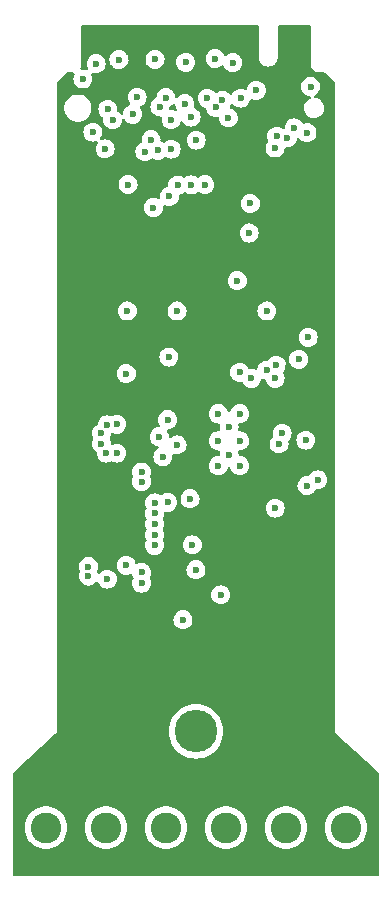
<source format=gbr>
%TF.GenerationSoftware,KiCad,Pcbnew,7.0.5*%
%TF.CreationDate,2023-09-25T01:54:48-05:00*%
%TF.ProjectId,Chimera_0005_Stepper,4368696d-6572-4615-9f30-3030355f5374,rev?*%
%TF.SameCoordinates,Original*%
%TF.FileFunction,Copper,L3,Inr*%
%TF.FilePolarity,Positive*%
%FSLAX46Y46*%
G04 Gerber Fmt 4.6, Leading zero omitted, Abs format (unit mm)*
G04 Created by KiCad (PCBNEW 7.0.5) date 2023-09-25 01:54:48*
%MOMM*%
%LPD*%
G01*
G04 APERTURE LIST*
%TA.AperFunction,ComponentPad*%
%ADD10C,2.600000*%
%TD*%
%TA.AperFunction,ComponentPad*%
%ADD11C,3.600000*%
%TD*%
%TA.AperFunction,ViaPad*%
%ADD12C,0.600000*%
%TD*%
G04 APERTURE END LIST*
D10*
%TO.N,+12V*%
%TO.C,U3*%
X121400050Y-139700000D03*
%TO.N,Motor_D*%
X116320040Y-139700000D03*
%TO.N,Motor_C*%
X111240030Y-139700000D03*
%TO.N,Motor_B*%
X106160020Y-139700000D03*
%TO.N,Motor_A*%
X101080010Y-139700000D03*
%TO.N,GND*%
X96000000Y-139700000D03*
%TD*%
D11*
%TO.N,N/C*%
%TO.C,H1*%
X108700000Y-131560000D03*
%TD*%
D12*
%TO.N,Net-(CN1-20-Pad47)*%
X106146500Y-77900000D03*
%TO.N,Motor_C*%
X110800000Y-120000000D03*
%TO.N,Motor_A*%
X107600000Y-122100000D03*
%TO.N,Net-(CN1-1-Pad11)*%
X115396000Y-82160000D03*
%TO.N,Net-(CN1-20-Pad21)*%
X113812000Y-77277700D03*
%TO.N,Net-(CN1-20-Pad23)*%
X112506000Y-77941400D03*
%TO.N,Net-(CN1-20-Pad25)*%
X111831000Y-74929900D03*
%TO.N,Net-(CN1-20-Pad27)*%
X111450000Y-79607800D03*
%TO.N,Net-(CN1-1-Pad66)*%
X101653500Y-79760000D03*
%TO.N,Net-(CN1-20-Pad33)*%
X109653000Y-77959800D03*
%TO.N,Net-(CN1-20-Pad35)*%
X109450000Y-85267000D03*
%TO.N,Net-(CN1-20-Pad37)*%
X108719000Y-81491700D03*
%TO.N,Net-(CN1-1-Pad5)*%
X117031000Y-80460000D03*
%TO.N,Net-(CN1-20-Pad39)*%
X108285000Y-79536300D03*
%TO.N,Net-(CN1-1-Pad69)*%
X101017000Y-82233000D03*
%TO.N,Net-(CN1-1-Pad71)*%
X100245000Y-75029500D03*
%TO.N,Net-(CN1-1-Pad73)*%
X99968000Y-80815600D03*
%TO.N,Net-(CN1-20-Pad41)*%
X107756000Y-78406600D03*
X108309000Y-85289000D03*
X107835000Y-74908200D03*
%TO.N,+3V3*%
X110300000Y-115660000D03*
X109000000Y-95960000D03*
X116600000Y-95960000D03*
X105000000Y-95960000D03*
X117400000Y-111500000D03*
X100987500Y-95960000D03*
X119500000Y-109200000D03*
X116500000Y-100760000D03*
X110900000Y-95960000D03*
X118900000Y-105260000D03*
X112800000Y-95960000D03*
X119300000Y-77560000D03*
%TO.N,Net-(CN1-20-Pad43)*%
X107151000Y-85300000D03*
%TO.N,Net-(CN1-20-Pad45)*%
X106600000Y-79760000D03*
%TO.N,Net-(CN1-20-Pad49)*%
X105646500Y-78681116D03*
%TO.N,Net-(CN1-20-Pad51)*%
X105238000Y-74658700D03*
X105483500Y-82360000D03*
%TO.N,Net-(CN1-20-Pad59)*%
X103344000Y-79304100D03*
%TO.N,Net-(CN1-20-Pad61)*%
X102950000Y-85258000D03*
%TO.N,Net-(CN1-1-Pad67)*%
X101245000Y-78881400D03*
%TO.N,Net-(CN1-1-Pad7)*%
X116451000Y-81289000D03*
%TO.N,Net-(CN1-20-Pad63)*%
X102185000Y-74670900D03*
%TO.N,Net-(CN1-1-Pad9)*%
X115543000Y-81167100D03*
%TO.N,GND*%
X100700000Y-107200000D03*
X115400000Y-112660000D03*
X105200000Y-114900000D03*
X102800000Y-117500000D03*
X102800000Y-101260000D03*
X110600000Y-104660000D03*
X102887500Y-95960000D03*
X112400000Y-109060000D03*
X101100000Y-108000000D03*
X112400000Y-106960000D03*
X105200000Y-115800000D03*
X101200000Y-118660000D03*
X111500000Y-108160000D03*
X110600000Y-109060000D03*
X110600000Y-106960000D03*
X99600000Y-118400000D03*
X112400000Y-104660000D03*
X114700000Y-95960000D03*
X105200000Y-114000000D03*
X101200000Y-105600000D03*
X102000000Y-105560000D03*
X102000000Y-108000000D03*
X118400000Y-76960000D03*
X99123000Y-76316200D03*
X99600000Y-117600000D03*
X108400000Y-115760000D03*
X107100000Y-95960000D03*
X105200000Y-113100000D03*
X113400000Y-101660000D03*
X111500000Y-105760000D03*
X105200000Y-112200000D03*
X100700000Y-106300000D03*
X106300000Y-112160000D03*
%TO.N,+5V*%
X113300000Y-86860000D03*
X113200000Y-89360000D03*
%TO.N,Net-(CN1-20-Pad29)*%
X110948000Y-78123100D03*
%TO.N,Net-(CN1-20-Pad31)*%
X110325000Y-74588000D03*
X110356000Y-78714400D03*
%TO.N,Net-(CN1-20-Pad47)*%
X106450000Y-86267100D03*
X106600000Y-82260000D03*
%TO.N,Net-(CN1-1-Pad3)*%
X118100000Y-80860000D03*
%TO.N,+12V*%
X104100000Y-110400000D03*
X104100000Y-119000000D03*
X104100000Y-109600000D03*
X104100000Y-118100000D03*
%TO.N,Net-(U1-MODE1)*%
X106400000Y-99860000D03*
X117400000Y-100060000D03*
%TO.N,Fault*%
X103724000Y-77859400D03*
%TO.N,Net-(U1-DECAY)*%
X118000000Y-106900000D03*
X115500000Y-100560000D03*
%TO.N,Net-(U1-NENBL)*%
X112400000Y-101160000D03*
X115735971Y-107208608D03*
%TO.N,Net-(U1-nSLEEP)*%
X119000000Y-110260000D03*
X115400000Y-101660000D03*
%TO.N,Net-(U1-nRESET)*%
X118100000Y-110760000D03*
X114700000Y-100960000D03*
%TO.N,Motor_D*%
X106300000Y-105160000D03*
%TO.N,Motor_A*%
X108200000Y-111860000D03*
X105600000Y-106600000D03*
%TO.N,Motor_B*%
X107100000Y-107300000D03*
%TO.N,Motor_C*%
X108700000Y-117860000D03*
X105900000Y-108300000D03*
%TO.N,STEP_INC*%
X104896500Y-81455501D03*
X105100000Y-87200000D03*
X116000000Y-106300000D03*
%TO.N,Direction*%
X104374000Y-82460000D03*
X112200000Y-93400000D03*
X118200000Y-98200000D03*
%TD*%
%TA.AperFunction,Conductor*%
%TO.N,+3V3*%
G36*
X113967539Y-71780185D02*
G01*
X114013294Y-71832989D01*
X114024500Y-71884500D01*
X114024500Y-74544135D01*
X114051444Y-74670900D01*
X114059486Y-74708731D01*
X114127928Y-74862455D01*
X114226836Y-74998589D01*
X114226837Y-74998590D01*
X114226838Y-74998591D01*
X114226840Y-74998594D01*
X114302907Y-75067084D01*
X114351886Y-75111185D01*
X114497614Y-75195321D01*
X114497616Y-75195321D01*
X114497619Y-75195323D01*
X114538941Y-75208749D01*
X114657650Y-75247320D01*
X114825000Y-75264909D01*
X114992350Y-75247320D01*
X115152386Y-75195321D01*
X115298114Y-75111185D01*
X115399255Y-75020117D01*
X115423159Y-74998594D01*
X115423159Y-74998592D01*
X115423164Y-74998589D01*
X115522072Y-74862455D01*
X115590514Y-74708731D01*
X115625500Y-74544136D01*
X115625500Y-74460000D01*
X115625500Y-74420118D01*
X115625500Y-71884500D01*
X115645185Y-71817461D01*
X115697989Y-71771706D01*
X115749500Y-71760500D01*
X118300500Y-71760500D01*
X118367539Y-71780185D01*
X118413294Y-71832989D01*
X118424500Y-71884499D01*
X118424500Y-75020118D01*
X118424500Y-75060000D01*
X118424500Y-75128993D01*
X118424500Y-75128995D01*
X118424499Y-75128995D01*
X118451418Y-75264322D01*
X118451421Y-75264332D01*
X118504221Y-75391804D01*
X118504228Y-75391817D01*
X118580885Y-75506541D01*
X118580888Y-75506545D01*
X118678454Y-75604111D01*
X118678458Y-75604114D01*
X118793182Y-75680771D01*
X118793195Y-75680778D01*
X118876465Y-75715269D01*
X118920672Y-75733580D01*
X118920676Y-75733580D01*
X118920677Y-75733581D01*
X119056004Y-75760500D01*
X119056007Y-75760500D01*
X119102410Y-75760500D01*
X119565589Y-75760500D01*
X119632628Y-75780185D01*
X119653269Y-75796818D01*
X120463181Y-76606731D01*
X120496665Y-76668052D01*
X120499499Y-76694410D01*
X120499499Y-131551893D01*
X120495160Y-131581173D01*
X120494848Y-131585622D01*
X120498025Y-131606033D01*
X120498879Y-131617075D01*
X120499500Y-131622595D01*
X120502485Y-131635674D01*
X120503301Y-131639931D01*
X120508925Y-131676059D01*
X120511584Y-131682741D01*
X120514709Y-131689229D01*
X120514710Y-131689231D01*
X120514711Y-131689232D01*
X120537515Y-131717827D01*
X120540090Y-131721298D01*
X120547703Y-131732349D01*
X120547707Y-131732352D01*
X120551345Y-131736539D01*
X120558900Y-131744642D01*
X120571776Y-131760788D01*
X120575272Y-131763576D01*
X120599757Y-131780183D01*
X122134176Y-133190189D01*
X123921129Y-134832254D01*
X124159402Y-135051207D01*
X124195445Y-135111062D01*
X124199500Y-135142512D01*
X124199500Y-143675500D01*
X124179815Y-143742539D01*
X124127011Y-143788294D01*
X124075500Y-143799500D01*
X93324500Y-143799500D01*
X93257461Y-143779815D01*
X93211706Y-143727011D01*
X93200500Y-143675500D01*
X93200500Y-139700004D01*
X94194451Y-139700004D01*
X94214616Y-139969101D01*
X94274664Y-140232188D01*
X94274666Y-140232195D01*
X94373257Y-140483398D01*
X94508185Y-140717102D01*
X94644080Y-140887509D01*
X94676442Y-140928089D01*
X94863183Y-141101358D01*
X94874259Y-141111635D01*
X95097226Y-141263651D01*
X95340359Y-141380738D01*
X95598228Y-141460280D01*
X95598229Y-141460280D01*
X95598232Y-141460281D01*
X95865063Y-141500499D01*
X95865068Y-141500499D01*
X95865071Y-141500500D01*
X95865072Y-141500500D01*
X96134928Y-141500500D01*
X96134929Y-141500500D01*
X96134936Y-141500499D01*
X96401767Y-141460281D01*
X96401768Y-141460280D01*
X96401772Y-141460280D01*
X96659641Y-141380738D01*
X96902775Y-141263651D01*
X97125741Y-141111635D01*
X97323561Y-140928085D01*
X97491815Y-140717102D01*
X97626743Y-140483398D01*
X97725334Y-140232195D01*
X97785383Y-139969103D01*
X97805549Y-139700004D01*
X99274461Y-139700004D01*
X99294626Y-139969101D01*
X99354674Y-140232188D01*
X99354676Y-140232195D01*
X99453267Y-140483398D01*
X99588195Y-140717102D01*
X99724090Y-140887509D01*
X99756452Y-140928089D01*
X99943193Y-141101358D01*
X99954269Y-141111635D01*
X100177236Y-141263651D01*
X100420369Y-141380738D01*
X100678238Y-141460280D01*
X100678239Y-141460280D01*
X100678242Y-141460281D01*
X100945073Y-141500499D01*
X100945078Y-141500499D01*
X100945081Y-141500500D01*
X100945082Y-141500500D01*
X101214938Y-141500500D01*
X101214939Y-141500500D01*
X101214946Y-141500499D01*
X101481777Y-141460281D01*
X101481778Y-141460280D01*
X101481782Y-141460280D01*
X101739651Y-141380738D01*
X101982785Y-141263651D01*
X102205751Y-141111635D01*
X102403571Y-140928085D01*
X102571825Y-140717102D01*
X102706753Y-140483398D01*
X102805344Y-140232195D01*
X102865393Y-139969103D01*
X102885559Y-139700004D01*
X104354471Y-139700004D01*
X104374636Y-139969101D01*
X104434684Y-140232188D01*
X104434686Y-140232195D01*
X104533277Y-140483398D01*
X104668205Y-140717102D01*
X104804100Y-140887509D01*
X104836462Y-140928089D01*
X105023203Y-141101358D01*
X105034279Y-141111635D01*
X105257246Y-141263651D01*
X105500379Y-141380738D01*
X105758248Y-141460280D01*
X105758249Y-141460280D01*
X105758252Y-141460281D01*
X106025083Y-141500499D01*
X106025088Y-141500499D01*
X106025091Y-141500500D01*
X106025092Y-141500500D01*
X106294948Y-141500500D01*
X106294949Y-141500500D01*
X106294956Y-141500499D01*
X106561787Y-141460281D01*
X106561788Y-141460280D01*
X106561792Y-141460280D01*
X106819661Y-141380738D01*
X107062795Y-141263651D01*
X107285761Y-141111635D01*
X107483581Y-140928085D01*
X107651835Y-140717102D01*
X107786763Y-140483398D01*
X107885354Y-140232195D01*
X107945403Y-139969103D01*
X107965569Y-139700004D01*
X109434481Y-139700004D01*
X109454646Y-139969101D01*
X109514694Y-140232188D01*
X109514696Y-140232195D01*
X109613287Y-140483398D01*
X109748215Y-140717102D01*
X109884110Y-140887509D01*
X109916472Y-140928089D01*
X110103213Y-141101358D01*
X110114289Y-141111635D01*
X110337256Y-141263651D01*
X110580389Y-141380738D01*
X110838258Y-141460280D01*
X110838259Y-141460280D01*
X110838262Y-141460281D01*
X111105093Y-141500499D01*
X111105098Y-141500499D01*
X111105101Y-141500500D01*
X111105102Y-141500500D01*
X111374958Y-141500500D01*
X111374959Y-141500500D01*
X111374966Y-141500499D01*
X111641797Y-141460281D01*
X111641798Y-141460280D01*
X111641802Y-141460280D01*
X111899671Y-141380738D01*
X112142805Y-141263651D01*
X112365771Y-141111635D01*
X112563591Y-140928085D01*
X112731845Y-140717102D01*
X112866773Y-140483398D01*
X112965364Y-140232195D01*
X113025413Y-139969103D01*
X113045579Y-139700004D01*
X114514491Y-139700004D01*
X114534656Y-139969101D01*
X114594704Y-140232188D01*
X114594706Y-140232195D01*
X114693297Y-140483398D01*
X114828225Y-140717102D01*
X114964120Y-140887509D01*
X114996482Y-140928089D01*
X115183223Y-141101358D01*
X115194299Y-141111635D01*
X115417266Y-141263651D01*
X115660399Y-141380738D01*
X115918268Y-141460280D01*
X115918269Y-141460280D01*
X115918272Y-141460281D01*
X116185103Y-141500499D01*
X116185108Y-141500499D01*
X116185111Y-141500500D01*
X116185112Y-141500500D01*
X116454968Y-141500500D01*
X116454969Y-141500500D01*
X116454976Y-141500499D01*
X116721807Y-141460281D01*
X116721808Y-141460280D01*
X116721812Y-141460280D01*
X116979681Y-141380738D01*
X117222815Y-141263651D01*
X117445781Y-141111635D01*
X117643601Y-140928085D01*
X117811855Y-140717102D01*
X117946783Y-140483398D01*
X118045374Y-140232195D01*
X118105423Y-139969103D01*
X118125589Y-139700004D01*
X119594501Y-139700004D01*
X119614666Y-139969101D01*
X119674714Y-140232188D01*
X119674716Y-140232195D01*
X119773307Y-140483398D01*
X119908235Y-140717102D01*
X120044130Y-140887509D01*
X120076492Y-140928089D01*
X120263233Y-141101358D01*
X120274309Y-141111635D01*
X120497276Y-141263651D01*
X120740409Y-141380738D01*
X120998278Y-141460280D01*
X120998279Y-141460280D01*
X120998282Y-141460281D01*
X121265113Y-141500499D01*
X121265118Y-141500499D01*
X121265121Y-141500500D01*
X121265122Y-141500500D01*
X121534978Y-141500500D01*
X121534979Y-141500500D01*
X121534986Y-141500499D01*
X121801817Y-141460281D01*
X121801818Y-141460280D01*
X121801822Y-141460280D01*
X122059691Y-141380738D01*
X122302825Y-141263651D01*
X122525791Y-141111635D01*
X122723611Y-140928085D01*
X122891865Y-140717102D01*
X123026793Y-140483398D01*
X123125384Y-140232195D01*
X123185433Y-139969103D01*
X123205599Y-139700000D01*
X123185433Y-139430897D01*
X123125384Y-139167805D01*
X123026793Y-138916602D01*
X122891865Y-138682898D01*
X122723611Y-138471915D01*
X122723610Y-138471914D01*
X122723607Y-138471910D01*
X122525791Y-138288365D01*
X122525790Y-138288365D01*
X122302825Y-138136349D01*
X122302819Y-138136346D01*
X122302818Y-138136345D01*
X122302817Y-138136344D01*
X122059693Y-138019263D01*
X122059695Y-138019263D01*
X121801823Y-137939720D01*
X121801817Y-137939718D01*
X121534986Y-137899500D01*
X121534979Y-137899500D01*
X121265121Y-137899500D01*
X121265113Y-137899500D01*
X120998282Y-137939718D01*
X120998276Y-137939720D01*
X120740408Y-138019262D01*
X120497280Y-138136346D01*
X120274308Y-138288365D01*
X120076492Y-138471910D01*
X119908235Y-138682898D01*
X119773308Y-138916599D01*
X119773306Y-138916603D01*
X119674716Y-139167804D01*
X119674714Y-139167811D01*
X119614666Y-139430898D01*
X119594501Y-139699995D01*
X119594501Y-139700004D01*
X118125589Y-139700004D01*
X118125589Y-139700000D01*
X118105423Y-139430897D01*
X118045374Y-139167805D01*
X117946783Y-138916602D01*
X117811855Y-138682898D01*
X117643601Y-138471915D01*
X117643600Y-138471914D01*
X117643597Y-138471910D01*
X117445781Y-138288365D01*
X117222815Y-138136349D01*
X117222809Y-138136346D01*
X117222808Y-138136345D01*
X117222807Y-138136344D01*
X116979683Y-138019263D01*
X116979685Y-138019263D01*
X116721813Y-137939720D01*
X116721807Y-137939718D01*
X116454976Y-137899500D01*
X116454969Y-137899500D01*
X116185111Y-137899500D01*
X116185103Y-137899500D01*
X115918272Y-137939718D01*
X115918266Y-137939720D01*
X115660398Y-138019262D01*
X115417270Y-138136346D01*
X115194298Y-138288365D01*
X114996482Y-138471910D01*
X114828225Y-138682898D01*
X114693298Y-138916599D01*
X114693296Y-138916603D01*
X114594706Y-139167804D01*
X114594704Y-139167811D01*
X114534656Y-139430898D01*
X114514491Y-139699995D01*
X114514491Y-139700004D01*
X113045579Y-139700004D01*
X113045579Y-139700000D01*
X113025413Y-139430897D01*
X112965364Y-139167805D01*
X112866773Y-138916602D01*
X112731845Y-138682898D01*
X112563591Y-138471915D01*
X112563590Y-138471914D01*
X112563587Y-138471910D01*
X112365771Y-138288365D01*
X112142805Y-138136349D01*
X112142799Y-138136346D01*
X112142798Y-138136345D01*
X112142797Y-138136344D01*
X111899673Y-138019263D01*
X111899675Y-138019263D01*
X111641803Y-137939720D01*
X111641797Y-137939718D01*
X111374966Y-137899500D01*
X111374959Y-137899500D01*
X111105101Y-137899500D01*
X111105093Y-137899500D01*
X110838262Y-137939718D01*
X110838256Y-137939720D01*
X110580388Y-138019262D01*
X110337260Y-138136346D01*
X110114288Y-138288365D01*
X109916472Y-138471910D01*
X109748215Y-138682898D01*
X109613288Y-138916599D01*
X109613286Y-138916603D01*
X109514696Y-139167804D01*
X109514694Y-139167811D01*
X109454646Y-139430898D01*
X109434481Y-139699995D01*
X109434481Y-139700004D01*
X107965569Y-139700004D01*
X107965569Y-139700000D01*
X107945403Y-139430897D01*
X107885354Y-139167805D01*
X107786763Y-138916602D01*
X107651835Y-138682898D01*
X107483581Y-138471915D01*
X107483580Y-138471914D01*
X107483577Y-138471910D01*
X107285761Y-138288365D01*
X107062795Y-138136349D01*
X107062789Y-138136346D01*
X107062788Y-138136345D01*
X107062787Y-138136344D01*
X106819663Y-138019263D01*
X106819665Y-138019263D01*
X106561793Y-137939720D01*
X106561787Y-137939718D01*
X106294956Y-137899500D01*
X106294949Y-137899500D01*
X106025091Y-137899500D01*
X106025083Y-137899500D01*
X105758252Y-137939718D01*
X105758246Y-137939720D01*
X105500378Y-138019262D01*
X105257250Y-138136346D01*
X105034278Y-138288365D01*
X104836462Y-138471910D01*
X104668205Y-138682898D01*
X104533278Y-138916599D01*
X104533276Y-138916603D01*
X104434686Y-139167804D01*
X104434684Y-139167811D01*
X104374636Y-139430898D01*
X104354471Y-139699995D01*
X104354471Y-139700004D01*
X102885559Y-139700004D01*
X102885559Y-139700000D01*
X102865393Y-139430897D01*
X102805344Y-139167805D01*
X102706753Y-138916602D01*
X102571825Y-138682898D01*
X102403571Y-138471915D01*
X102403570Y-138471914D01*
X102403567Y-138471910D01*
X102205751Y-138288365D01*
X102205750Y-138288365D01*
X101982785Y-138136349D01*
X101982779Y-138136346D01*
X101982778Y-138136345D01*
X101982777Y-138136344D01*
X101739653Y-138019263D01*
X101739655Y-138019263D01*
X101481783Y-137939720D01*
X101481777Y-137939718D01*
X101214946Y-137899500D01*
X101214939Y-137899500D01*
X100945081Y-137899500D01*
X100945073Y-137899500D01*
X100678242Y-137939718D01*
X100678236Y-137939720D01*
X100420368Y-138019262D01*
X100177240Y-138136346D01*
X99954268Y-138288365D01*
X99756452Y-138471910D01*
X99588195Y-138682898D01*
X99453268Y-138916599D01*
X99453266Y-138916603D01*
X99354676Y-139167804D01*
X99354674Y-139167811D01*
X99294626Y-139430898D01*
X99274461Y-139699995D01*
X99274461Y-139700004D01*
X97805549Y-139700004D01*
X97805549Y-139700000D01*
X97785383Y-139430897D01*
X97725334Y-139167805D01*
X97626743Y-138916602D01*
X97491815Y-138682898D01*
X97323561Y-138471915D01*
X97323560Y-138471914D01*
X97323557Y-138471910D01*
X97125741Y-138288365D01*
X96902775Y-138136349D01*
X96902769Y-138136346D01*
X96902768Y-138136345D01*
X96902767Y-138136344D01*
X96659643Y-138019263D01*
X96659645Y-138019263D01*
X96401773Y-137939720D01*
X96401767Y-137939718D01*
X96134936Y-137899500D01*
X96134929Y-137899500D01*
X95865071Y-137899500D01*
X95865063Y-137899500D01*
X95598232Y-137939718D01*
X95598226Y-137939720D01*
X95340358Y-138019262D01*
X95097230Y-138136346D01*
X94874258Y-138288365D01*
X94676442Y-138471910D01*
X94508185Y-138682898D01*
X94373258Y-138916599D01*
X94373256Y-138916603D01*
X94274666Y-139167804D01*
X94274664Y-139167811D01*
X94214616Y-139430898D01*
X94194451Y-139699995D01*
X94194451Y-139700004D01*
X93200500Y-139700004D01*
X93200500Y-135142512D01*
X93220185Y-135075473D01*
X93240598Y-135051207D01*
X93313201Y-134984491D01*
X96800241Y-131780182D01*
X96824735Y-131763570D01*
X96828220Y-131760791D01*
X96828221Y-131760789D01*
X96828224Y-131760788D01*
X96841101Y-131744639D01*
X96848658Y-131736536D01*
X96852293Y-131732354D01*
X96852295Y-131732350D01*
X96852297Y-131732349D01*
X96859907Y-131721299D01*
X96862485Y-131717826D01*
X96885289Y-131689232D01*
X96885288Y-131689232D01*
X96885290Y-131689231D01*
X96885290Y-131689228D01*
X96888409Y-131682751D01*
X96891074Y-131676059D01*
X96891075Y-131676058D01*
X96896703Y-131639895D01*
X96897508Y-131635693D01*
X96900500Y-131622590D01*
X96900500Y-131622585D01*
X96901119Y-131617088D01*
X96901975Y-131606033D01*
X96902362Y-131603544D01*
X96905152Y-131585622D01*
X96905150Y-131585617D01*
X96904839Y-131581170D01*
X96901701Y-131560000D01*
X106394564Y-131560000D01*
X106407906Y-131763570D01*
X106414287Y-131860918D01*
X106414288Y-131860930D01*
X106473118Y-132156683D01*
X106473122Y-132156698D01*
X106570053Y-132442247D01*
X106570062Y-132442268D01*
X106703431Y-132712713D01*
X106703435Y-132712720D01*
X106870973Y-132963459D01*
X107069810Y-133190189D01*
X107296540Y-133389026D01*
X107547279Y-133556564D01*
X107547286Y-133556568D01*
X107817731Y-133689937D01*
X107817736Y-133689939D01*
X107817748Y-133689945D01*
X108103309Y-133786880D01*
X108303251Y-133826651D01*
X108399069Y-133845711D01*
X108399070Y-133845711D01*
X108399080Y-133845713D01*
X108700000Y-133865436D01*
X109000920Y-133845713D01*
X109296691Y-133786880D01*
X109582252Y-133689945D01*
X109852718Y-133556566D01*
X110103461Y-133389025D01*
X110330189Y-133190189D01*
X110529025Y-132963461D01*
X110696566Y-132712718D01*
X110829945Y-132442252D01*
X110926880Y-132156691D01*
X110985713Y-131860920D01*
X111005436Y-131560000D01*
X110985713Y-131259080D01*
X110926880Y-130963309D01*
X110829945Y-130677748D01*
X110696566Y-130407282D01*
X110529025Y-130156539D01*
X110330189Y-129929810D01*
X110103459Y-129730973D01*
X109852720Y-129563435D01*
X109852713Y-129563431D01*
X109582268Y-129430062D01*
X109582247Y-129430053D01*
X109296698Y-129333122D01*
X109296692Y-129333120D01*
X109296691Y-129333120D01*
X109296689Y-129333119D01*
X109296683Y-129333118D01*
X109000930Y-129274288D01*
X109000921Y-129274287D01*
X109000920Y-129274287D01*
X108700000Y-129254564D01*
X108399080Y-129274287D01*
X108399079Y-129274287D01*
X108399069Y-129274288D01*
X108103316Y-129333118D01*
X108103301Y-129333122D01*
X107817752Y-129430053D01*
X107817731Y-129430062D01*
X107547286Y-129563431D01*
X107547279Y-129563435D01*
X107296540Y-129730973D01*
X107069810Y-129929810D01*
X106870973Y-130156540D01*
X106703435Y-130407279D01*
X106703431Y-130407286D01*
X106570062Y-130677731D01*
X106570053Y-130677752D01*
X106473122Y-130963301D01*
X106473118Y-130963316D01*
X106414288Y-131259069D01*
X106414287Y-131259079D01*
X106414287Y-131259080D01*
X106394564Y-131560000D01*
X96901701Y-131560000D01*
X96900500Y-131551893D01*
X96900500Y-122100003D01*
X106794435Y-122100003D01*
X106814630Y-122279249D01*
X106814631Y-122279254D01*
X106874211Y-122449523D01*
X106970184Y-122602261D01*
X106970184Y-122602262D01*
X107097738Y-122729816D01*
X107250478Y-122825789D01*
X107420744Y-122885368D01*
X107420745Y-122885368D01*
X107420750Y-122885369D01*
X107599996Y-122905565D01*
X107600000Y-122905565D01*
X107600004Y-122905565D01*
X107779249Y-122885369D01*
X107779252Y-122885368D01*
X107779255Y-122885368D01*
X107949522Y-122825789D01*
X108102262Y-122729816D01*
X108229816Y-122602262D01*
X108325789Y-122449522D01*
X108385368Y-122279255D01*
X108405565Y-122100000D01*
X108385368Y-121920745D01*
X108325789Y-121750478D01*
X108229816Y-121597738D01*
X108102262Y-121470184D01*
X108102261Y-121470183D01*
X107949523Y-121374211D01*
X107779254Y-121314631D01*
X107779249Y-121314630D01*
X107600004Y-121294435D01*
X107599996Y-121294435D01*
X107420750Y-121314630D01*
X107420745Y-121314631D01*
X107250476Y-121374211D01*
X107097737Y-121470184D01*
X106970184Y-121597737D01*
X106874211Y-121750476D01*
X106814631Y-121920745D01*
X106814630Y-121920750D01*
X106794435Y-122099996D01*
X106794435Y-122100003D01*
X96900500Y-122100003D01*
X96900500Y-120000003D01*
X109994435Y-120000003D01*
X110014630Y-120179249D01*
X110014631Y-120179254D01*
X110074211Y-120349523D01*
X110170183Y-120502261D01*
X110170184Y-120502262D01*
X110297738Y-120629816D01*
X110450478Y-120725789D01*
X110620744Y-120785368D01*
X110620745Y-120785368D01*
X110620750Y-120785369D01*
X110799996Y-120805565D01*
X110800000Y-120805565D01*
X110800004Y-120805565D01*
X110979249Y-120785369D01*
X110979252Y-120785368D01*
X110979255Y-120785368D01*
X111149522Y-120725789D01*
X111302262Y-120629816D01*
X111429816Y-120502262D01*
X111525789Y-120349522D01*
X111585368Y-120179255D01*
X111605565Y-120000000D01*
X111585368Y-119820745D01*
X111525789Y-119650478D01*
X111429816Y-119497738D01*
X111302262Y-119370184D01*
X111269379Y-119349522D01*
X111149523Y-119274211D01*
X110979254Y-119214631D01*
X110979249Y-119214630D01*
X110800004Y-119194435D01*
X110799996Y-119194435D01*
X110620750Y-119214630D01*
X110620745Y-119214631D01*
X110450476Y-119274211D01*
X110297737Y-119370184D01*
X110170184Y-119497737D01*
X110074211Y-119650476D01*
X110014631Y-119820745D01*
X110014630Y-119820750D01*
X109994435Y-119999996D01*
X109994435Y-120000003D01*
X96900500Y-120000003D01*
X96900500Y-118400003D01*
X98794435Y-118400003D01*
X98814630Y-118579249D01*
X98814631Y-118579254D01*
X98874211Y-118749523D01*
X98930590Y-118839249D01*
X98970184Y-118902262D01*
X99097738Y-119029816D01*
X99250478Y-119125789D01*
X99354712Y-119162262D01*
X99420745Y-119185368D01*
X99420750Y-119185369D01*
X99599996Y-119205565D01*
X99600000Y-119205565D01*
X99600004Y-119205565D01*
X99779249Y-119185369D01*
X99779252Y-119185368D01*
X99779255Y-119185368D01*
X99949522Y-119125789D01*
X100102262Y-119029816D01*
X100229816Y-118902262D01*
X100229821Y-118902253D01*
X100233703Y-118897387D01*
X100290890Y-118857245D01*
X100360701Y-118854393D01*
X100420972Y-118889737D01*
X100447693Y-118933742D01*
X100474209Y-119009519D01*
X100547266Y-119125788D01*
X100570184Y-119162262D01*
X100697738Y-119289816D01*
X100850478Y-119385789D01*
X101020744Y-119445368D01*
X101020745Y-119445368D01*
X101020750Y-119445369D01*
X101199996Y-119465565D01*
X101200000Y-119465565D01*
X101200004Y-119465565D01*
X101379249Y-119445369D01*
X101379252Y-119445368D01*
X101379255Y-119445368D01*
X101549522Y-119385789D01*
X101702262Y-119289816D01*
X101829816Y-119162262D01*
X101925789Y-119009522D01*
X101985368Y-118839255D01*
X101987454Y-118820745D01*
X102005565Y-118660003D01*
X102005565Y-118659996D01*
X101985369Y-118480750D01*
X101985368Y-118480745D01*
X101925788Y-118310476D01*
X101829815Y-118157737D01*
X101702262Y-118030184D01*
X101549523Y-117934211D01*
X101379254Y-117874631D01*
X101379249Y-117874630D01*
X101200004Y-117854435D01*
X101199996Y-117854435D01*
X101020750Y-117874630D01*
X101020745Y-117874631D01*
X100850476Y-117934211D01*
X100697737Y-118030184D01*
X100570183Y-118157738D01*
X100566292Y-118162618D01*
X100509102Y-118202757D01*
X100439291Y-118205605D01*
X100379022Y-118170258D01*
X100352306Y-118126258D01*
X100323489Y-118043905D01*
X100325637Y-118043153D01*
X100316035Y-117984872D01*
X100324392Y-117956411D01*
X100323489Y-117956095D01*
X100385366Y-117779262D01*
X100385369Y-117779249D01*
X100405565Y-117600003D01*
X100405565Y-117599996D01*
X100394299Y-117500003D01*
X101994435Y-117500003D01*
X102014630Y-117679249D01*
X102014631Y-117679254D01*
X102074211Y-117849523D01*
X102137045Y-117949522D01*
X102170184Y-118002262D01*
X102297738Y-118129816D01*
X102342174Y-118157737D01*
X102450229Y-118225633D01*
X102450478Y-118225789D01*
X102603258Y-118279249D01*
X102620745Y-118285368D01*
X102620750Y-118285369D01*
X102799996Y-118305565D01*
X102800000Y-118305565D01*
X102800004Y-118305565D01*
X102979249Y-118285369D01*
X102979252Y-118285368D01*
X102979255Y-118285368D01*
X103149522Y-118225789D01*
X103149534Y-118225781D01*
X103149780Y-118225664D01*
X103149967Y-118225633D01*
X103156095Y-118223489D01*
X103156470Y-118224561D01*
X103218719Y-118214303D01*
X103282858Y-118242016D01*
X103320639Y-118296422D01*
X103374212Y-118449525D01*
X103395892Y-118484029D01*
X103414892Y-118551265D01*
X103395893Y-118615970D01*
X103374209Y-118650480D01*
X103314633Y-118820737D01*
X103314630Y-118820750D01*
X103294435Y-118999996D01*
X103294435Y-119000003D01*
X103314630Y-119179249D01*
X103314631Y-119179254D01*
X103374211Y-119349523D01*
X103447126Y-119465565D01*
X103470184Y-119502262D01*
X103597738Y-119629816D01*
X103750478Y-119725789D01*
X103920744Y-119785368D01*
X103920745Y-119785368D01*
X103920750Y-119785369D01*
X104099996Y-119805565D01*
X104100000Y-119805565D01*
X104100004Y-119805565D01*
X104279249Y-119785369D01*
X104279252Y-119785368D01*
X104279255Y-119785368D01*
X104449522Y-119725789D01*
X104602262Y-119629816D01*
X104729816Y-119502262D01*
X104825789Y-119349522D01*
X104885368Y-119179255D01*
X104891392Y-119125789D01*
X104905565Y-119000003D01*
X104905565Y-118999996D01*
X104885369Y-118820750D01*
X104885366Y-118820737D01*
X104825790Y-118650481D01*
X104825789Y-118650477D01*
X104804107Y-118615971D01*
X104785107Y-118548734D01*
X104804108Y-118484026D01*
X104825789Y-118449522D01*
X104874443Y-118310478D01*
X104885366Y-118279262D01*
X104885369Y-118279249D01*
X104905565Y-118100003D01*
X104905565Y-118099996D01*
X104885369Y-117920750D01*
X104885368Y-117920745D01*
X104864113Y-117860003D01*
X107894435Y-117860003D01*
X107914630Y-118039249D01*
X107914631Y-118039254D01*
X107974211Y-118209523D01*
X108037646Y-118310478D01*
X108070184Y-118362262D01*
X108197738Y-118489816D01*
X108288080Y-118546581D01*
X108340077Y-118579254D01*
X108350478Y-118585789D01*
X108520744Y-118645368D01*
X108520745Y-118645368D01*
X108520750Y-118645369D01*
X108699996Y-118665565D01*
X108700000Y-118665565D01*
X108700004Y-118665565D01*
X108879249Y-118645369D01*
X108879252Y-118645368D01*
X108879255Y-118645368D01*
X109049522Y-118585789D01*
X109202262Y-118489816D01*
X109329816Y-118362262D01*
X109425789Y-118209522D01*
X109485368Y-118039255D01*
X109489791Y-118000000D01*
X109505565Y-117860003D01*
X109505565Y-117859996D01*
X109485369Y-117680750D01*
X109485368Y-117680745D01*
X109457113Y-117599996D01*
X109425789Y-117510478D01*
X109329816Y-117357738D01*
X109202262Y-117230184D01*
X109202262Y-117230183D01*
X109049523Y-117134211D01*
X108879254Y-117074631D01*
X108879249Y-117074630D01*
X108700004Y-117054435D01*
X108699996Y-117054435D01*
X108520750Y-117074630D01*
X108520745Y-117074631D01*
X108350476Y-117134211D01*
X108197737Y-117230184D01*
X108070184Y-117357737D01*
X107974211Y-117510476D01*
X107914631Y-117680745D01*
X107914630Y-117680750D01*
X107894435Y-117859996D01*
X107894435Y-117860003D01*
X104864113Y-117860003D01*
X104835861Y-117779262D01*
X104825789Y-117750478D01*
X104729816Y-117597738D01*
X104602262Y-117470184D01*
X104598089Y-117467562D01*
X104449523Y-117374211D01*
X104279254Y-117314631D01*
X104279249Y-117314630D01*
X104100004Y-117294435D01*
X104099996Y-117294435D01*
X103920750Y-117314630D01*
X103920737Y-117314633D01*
X103750477Y-117374210D01*
X103750192Y-117374348D01*
X103749989Y-117374381D01*
X103743906Y-117376510D01*
X103743532Y-117375443D01*
X103681250Y-117385693D01*
X103617118Y-117357964D01*
X103579360Y-117303576D01*
X103576161Y-117294435D01*
X103525789Y-117150478D01*
X103429816Y-116997738D01*
X103302262Y-116870184D01*
X103213852Y-116814632D01*
X103149523Y-116774211D01*
X102979254Y-116714631D01*
X102979249Y-116714630D01*
X102800004Y-116694435D01*
X102799996Y-116694435D01*
X102620750Y-116714630D01*
X102620745Y-116714631D01*
X102450476Y-116774211D01*
X102297737Y-116870184D01*
X102170184Y-116997737D01*
X102074211Y-117150476D01*
X102014631Y-117320745D01*
X102014630Y-117320750D01*
X101994435Y-117499996D01*
X101994435Y-117500003D01*
X100394299Y-117500003D01*
X100385369Y-117420750D01*
X100385368Y-117420745D01*
X100373103Y-117385693D01*
X100325789Y-117250478D01*
X100313037Y-117230184D01*
X100262955Y-117150478D01*
X100229816Y-117097738D01*
X100102262Y-116970184D01*
X99949523Y-116874211D01*
X99779254Y-116814631D01*
X99779249Y-116814630D01*
X99600004Y-116794435D01*
X99599996Y-116794435D01*
X99420750Y-116814630D01*
X99420745Y-116814631D01*
X99250476Y-116874211D01*
X99097737Y-116970184D01*
X98970184Y-117097737D01*
X98874211Y-117250476D01*
X98814631Y-117420745D01*
X98814630Y-117420750D01*
X98794435Y-117599996D01*
X98794435Y-117600003D01*
X98814630Y-117779249D01*
X98814633Y-117779262D01*
X98876510Y-117956094D01*
X98874364Y-117956844D01*
X98883962Y-118015144D01*
X98875609Y-118043590D01*
X98876510Y-118043906D01*
X98814633Y-118220737D01*
X98814630Y-118220750D01*
X98794435Y-118399996D01*
X98794435Y-118400003D01*
X96900500Y-118400003D01*
X96900500Y-115800003D01*
X104394435Y-115800003D01*
X104414630Y-115979249D01*
X104414631Y-115979254D01*
X104474211Y-116149523D01*
X104545050Y-116262262D01*
X104570184Y-116302262D01*
X104697738Y-116429816D01*
X104850478Y-116525789D01*
X105020745Y-116585368D01*
X105020750Y-116585369D01*
X105199996Y-116605565D01*
X105200000Y-116605565D01*
X105200004Y-116605565D01*
X105379249Y-116585369D01*
X105379252Y-116585368D01*
X105379255Y-116585368D01*
X105549522Y-116525789D01*
X105702262Y-116429816D01*
X105829816Y-116302262D01*
X105925789Y-116149522D01*
X105985368Y-115979255D01*
X106005565Y-115800000D01*
X106001058Y-115760003D01*
X107594435Y-115760003D01*
X107614630Y-115939249D01*
X107614631Y-115939254D01*
X107674211Y-116109523D01*
X107699345Y-116149523D01*
X107770184Y-116262262D01*
X107897738Y-116389816D01*
X108050478Y-116485789D01*
X108220744Y-116545368D01*
X108220745Y-116545368D01*
X108220750Y-116545369D01*
X108399996Y-116565565D01*
X108400000Y-116565565D01*
X108400004Y-116565565D01*
X108579249Y-116545369D01*
X108579252Y-116545368D01*
X108579255Y-116545368D01*
X108749522Y-116485789D01*
X108902262Y-116389816D01*
X109029816Y-116262262D01*
X109125789Y-116109522D01*
X109185368Y-115939255D01*
X109205565Y-115760000D01*
X109189875Y-115620750D01*
X109185369Y-115580750D01*
X109185368Y-115580745D01*
X109185368Y-115580744D01*
X109125789Y-115410478D01*
X109029816Y-115257738D01*
X108902262Y-115130184D01*
X108902261Y-115130184D01*
X108749523Y-115034211D01*
X108579254Y-114974631D01*
X108579249Y-114974630D01*
X108400004Y-114954435D01*
X108399996Y-114954435D01*
X108220750Y-114974630D01*
X108220745Y-114974631D01*
X108050476Y-115034211D01*
X107897737Y-115130184D01*
X107770184Y-115257737D01*
X107674211Y-115410476D01*
X107614631Y-115580745D01*
X107614630Y-115580750D01*
X107594435Y-115759996D01*
X107594435Y-115760003D01*
X106001058Y-115760003D01*
X105985369Y-115620750D01*
X105985366Y-115620737D01*
X105925790Y-115450481D01*
X105925789Y-115450477D01*
X105904107Y-115415971D01*
X105885107Y-115348734D01*
X105904108Y-115284026D01*
X105925789Y-115249522D01*
X105985368Y-115079255D01*
X105985369Y-115079249D01*
X106005565Y-114900003D01*
X106005565Y-114899996D01*
X105985369Y-114720750D01*
X105985368Y-114720745D01*
X105925788Y-114550475D01*
X105904108Y-114515973D01*
X105885107Y-114448737D01*
X105904108Y-114384027D01*
X105925788Y-114349524D01*
X105925790Y-114349519D01*
X105985368Y-114179255D01*
X106005565Y-114000000D01*
X105985368Y-113820745D01*
X105925789Y-113650478D01*
X105925788Y-113650475D01*
X105904108Y-113615973D01*
X105885107Y-113548737D01*
X105904108Y-113484027D01*
X105925788Y-113449524D01*
X105927242Y-113445369D01*
X105985368Y-113279255D01*
X106005565Y-113100000D01*
X106003847Y-113084748D01*
X106015902Y-113015926D01*
X106063251Y-112964547D01*
X106130861Y-112946923D01*
X106140950Y-112947645D01*
X106299996Y-112965565D01*
X106300000Y-112965565D01*
X106300004Y-112965565D01*
X106479249Y-112945369D01*
X106479252Y-112945368D01*
X106479255Y-112945368D01*
X106649522Y-112885789D01*
X106802262Y-112789816D01*
X106929816Y-112662262D01*
X107025789Y-112509522D01*
X107085368Y-112339255D01*
X107085369Y-112339249D01*
X107105565Y-112160003D01*
X107105565Y-112159996D01*
X107085369Y-111980750D01*
X107085368Y-111980745D01*
X107048237Y-111874630D01*
X107043119Y-111860003D01*
X107394435Y-111860003D01*
X107414630Y-112039249D01*
X107414631Y-112039254D01*
X107474211Y-112209523D01*
X107537646Y-112310478D01*
X107570184Y-112362262D01*
X107697738Y-112489816D01*
X107788080Y-112546581D01*
X107847678Y-112584030D01*
X107850478Y-112585789D01*
X108020745Y-112645368D01*
X108020750Y-112645369D01*
X108199996Y-112665565D01*
X108200000Y-112665565D01*
X108200004Y-112665565D01*
X108249368Y-112660003D01*
X114594435Y-112660003D01*
X114614630Y-112839249D01*
X114614631Y-112839254D01*
X114674211Y-113009523D01*
X114731062Y-113100000D01*
X114770184Y-113162262D01*
X114897738Y-113289816D01*
X115050478Y-113385789D01*
X115220745Y-113445368D01*
X115220750Y-113445369D01*
X115399996Y-113465565D01*
X115400000Y-113465565D01*
X115400004Y-113465565D01*
X115579249Y-113445369D01*
X115579252Y-113445368D01*
X115579255Y-113445368D01*
X115749522Y-113385789D01*
X115902262Y-113289816D01*
X116029816Y-113162262D01*
X116125789Y-113009522D01*
X116185368Y-112839255D01*
X116185369Y-112839249D01*
X116205565Y-112660003D01*
X116205565Y-112659996D01*
X116185369Y-112480750D01*
X116185368Y-112480745D01*
X116125789Y-112310478D01*
X116029816Y-112157738D01*
X115902262Y-112030184D01*
X115887240Y-112020745D01*
X115749523Y-111934211D01*
X115579254Y-111874631D01*
X115579249Y-111874630D01*
X115400004Y-111854435D01*
X115399996Y-111854435D01*
X115220750Y-111874630D01*
X115220745Y-111874631D01*
X115050476Y-111934211D01*
X114897737Y-112030184D01*
X114770184Y-112157737D01*
X114674211Y-112310476D01*
X114614631Y-112480745D01*
X114614630Y-112480750D01*
X114594435Y-112659996D01*
X114594435Y-112660003D01*
X108249368Y-112660003D01*
X108379249Y-112645369D01*
X108379252Y-112645368D01*
X108379255Y-112645368D01*
X108549522Y-112585789D01*
X108702262Y-112489816D01*
X108829816Y-112362262D01*
X108925789Y-112209522D01*
X108985368Y-112039255D01*
X108991960Y-111980750D01*
X109005565Y-111860003D01*
X109005565Y-111859996D01*
X108985369Y-111680750D01*
X108985368Y-111680745D01*
X108925789Y-111510478D01*
X108829816Y-111357738D01*
X108702262Y-111230184D01*
X108663081Y-111205565D01*
X108549523Y-111134211D01*
X108379254Y-111074631D01*
X108379249Y-111074630D01*
X108200004Y-111054435D01*
X108199996Y-111054435D01*
X108020750Y-111074630D01*
X108020745Y-111074631D01*
X107850476Y-111134211D01*
X107697737Y-111230184D01*
X107570184Y-111357737D01*
X107474211Y-111510476D01*
X107414631Y-111680745D01*
X107414630Y-111680750D01*
X107394435Y-111859996D01*
X107394435Y-111860003D01*
X107043119Y-111860003D01*
X107025789Y-111810478D01*
X106929816Y-111657738D01*
X106802262Y-111530184D01*
X106731608Y-111485789D01*
X106649523Y-111434211D01*
X106479254Y-111374631D01*
X106479249Y-111374630D01*
X106300004Y-111354435D01*
X106299996Y-111354435D01*
X106120750Y-111374630D01*
X106120745Y-111374631D01*
X105950476Y-111434211D01*
X105797728Y-111530190D01*
X105796383Y-111531263D01*
X105795350Y-111531684D01*
X105791842Y-111533889D01*
X105791455Y-111533273D01*
X105731693Y-111557663D01*
X105662999Y-111544898D01*
X105653111Y-111539300D01*
X105549523Y-111474211D01*
X105379254Y-111414631D01*
X105379249Y-111414630D01*
X105200004Y-111394435D01*
X105199996Y-111394435D01*
X105020750Y-111414630D01*
X105020745Y-111414631D01*
X104850476Y-111474211D01*
X104697737Y-111570184D01*
X104570184Y-111697737D01*
X104474211Y-111850476D01*
X104414631Y-112020745D01*
X104414630Y-112020750D01*
X104394435Y-112199996D01*
X104394435Y-112200003D01*
X104414630Y-112379249D01*
X104414633Y-112379262D01*
X104474209Y-112549519D01*
X104495893Y-112584030D01*
X104514892Y-112651267D01*
X104495893Y-112715970D01*
X104474209Y-112750480D01*
X104414633Y-112920737D01*
X104414630Y-112920750D01*
X104394435Y-113099996D01*
X104394435Y-113100003D01*
X104414630Y-113279249D01*
X104414633Y-113279262D01*
X104474209Y-113449519D01*
X104495893Y-113484030D01*
X104514892Y-113551267D01*
X104495893Y-113615970D01*
X104474209Y-113650480D01*
X104414633Y-113820737D01*
X104414630Y-113820750D01*
X104394435Y-113999996D01*
X104394435Y-114000003D01*
X104414630Y-114179249D01*
X104414633Y-114179262D01*
X104474209Y-114349519D01*
X104495893Y-114384030D01*
X104514892Y-114451267D01*
X104495893Y-114515970D01*
X104474209Y-114550480D01*
X104414633Y-114720737D01*
X104414630Y-114720750D01*
X104394435Y-114899996D01*
X104394435Y-114900003D01*
X104414630Y-115079249D01*
X104414631Y-115079254D01*
X104474212Y-115249525D01*
X104495892Y-115284029D01*
X104514892Y-115351265D01*
X104495893Y-115415970D01*
X104474209Y-115450480D01*
X104414633Y-115620737D01*
X104414630Y-115620750D01*
X104394435Y-115799996D01*
X104394435Y-115800003D01*
X96900500Y-115800003D01*
X96900500Y-110400003D01*
X103294435Y-110400003D01*
X103314630Y-110579249D01*
X103314631Y-110579254D01*
X103374211Y-110749523D01*
X103382216Y-110762262D01*
X103470184Y-110902262D01*
X103597738Y-111029816D01*
X103750478Y-111125789D01*
X103774547Y-111134211D01*
X103920745Y-111185368D01*
X103920750Y-111185369D01*
X104099996Y-111205565D01*
X104100000Y-111205565D01*
X104100004Y-111205565D01*
X104279249Y-111185369D01*
X104279252Y-111185368D01*
X104279255Y-111185368D01*
X104449522Y-111125789D01*
X104602262Y-111029816D01*
X104729816Y-110902262D01*
X104819203Y-110760003D01*
X117294435Y-110760003D01*
X117314630Y-110939249D01*
X117314631Y-110939254D01*
X117374211Y-111109523D01*
X117384432Y-111125789D01*
X117470184Y-111262262D01*
X117597738Y-111389816D01*
X117668392Y-111434211D01*
X117732051Y-111474211D01*
X117750478Y-111485789D01*
X117887940Y-111533889D01*
X117920745Y-111545368D01*
X117920750Y-111545369D01*
X118099996Y-111565565D01*
X118100000Y-111565565D01*
X118100004Y-111565565D01*
X118279249Y-111545369D01*
X118279252Y-111545368D01*
X118279255Y-111545368D01*
X118449522Y-111485789D01*
X118602262Y-111389816D01*
X118729816Y-111262262D01*
X118821649Y-111116109D01*
X118873981Y-111069821D01*
X118940525Y-111058864D01*
X118999997Y-111065565D01*
X119000000Y-111065565D01*
X119000004Y-111065565D01*
X119179249Y-111045369D01*
X119179252Y-111045368D01*
X119179255Y-111045368D01*
X119349522Y-110985789D01*
X119502262Y-110889816D01*
X119629816Y-110762262D01*
X119725789Y-110609522D01*
X119785368Y-110439255D01*
X119785369Y-110439249D01*
X119805565Y-110260003D01*
X119805565Y-110259996D01*
X119785369Y-110080750D01*
X119785368Y-110080745D01*
X119757114Y-110000000D01*
X119725789Y-109910478D01*
X119629816Y-109757738D01*
X119502262Y-109630184D01*
X119502261Y-109630183D01*
X119349523Y-109534211D01*
X119179254Y-109474631D01*
X119179249Y-109474630D01*
X119000004Y-109454435D01*
X118999996Y-109454435D01*
X118820750Y-109474630D01*
X118820745Y-109474631D01*
X118650476Y-109534211D01*
X118497737Y-109630184D01*
X118370184Y-109757737D01*
X118370182Y-109757740D01*
X118278350Y-109903888D01*
X118226015Y-109950179D01*
X118159475Y-109961135D01*
X118100004Y-109954435D01*
X118099996Y-109954435D01*
X117920750Y-109974630D01*
X117920745Y-109974631D01*
X117750476Y-110034211D01*
X117597737Y-110130184D01*
X117470184Y-110257737D01*
X117374211Y-110410476D01*
X117314631Y-110580745D01*
X117314630Y-110580750D01*
X117294435Y-110759996D01*
X117294435Y-110760003D01*
X104819203Y-110760003D01*
X104825789Y-110749522D01*
X104885368Y-110579255D01*
X104901142Y-110439255D01*
X104905565Y-110400003D01*
X104905565Y-110399996D01*
X104885369Y-110220750D01*
X104885366Y-110220737D01*
X104823489Y-110043905D01*
X104825637Y-110043153D01*
X104816035Y-109984872D01*
X104824392Y-109956411D01*
X104823489Y-109956095D01*
X104885366Y-109779262D01*
X104885369Y-109779249D01*
X104905565Y-109600003D01*
X104905565Y-109599996D01*
X104885369Y-109420750D01*
X104885368Y-109420745D01*
X104825788Y-109250476D01*
X104729815Y-109097737D01*
X104602262Y-108970184D01*
X104449523Y-108874211D01*
X104279254Y-108814631D01*
X104279249Y-108814630D01*
X104100004Y-108794435D01*
X104099996Y-108794435D01*
X103920750Y-108814630D01*
X103920745Y-108814631D01*
X103750476Y-108874211D01*
X103597737Y-108970184D01*
X103470184Y-109097737D01*
X103374211Y-109250476D01*
X103314631Y-109420745D01*
X103314630Y-109420750D01*
X103294435Y-109599996D01*
X103294435Y-109600003D01*
X103314630Y-109779249D01*
X103314633Y-109779262D01*
X103376510Y-109956094D01*
X103374364Y-109956844D01*
X103383962Y-110015144D01*
X103375609Y-110043590D01*
X103376510Y-110043906D01*
X103314633Y-110220737D01*
X103314630Y-110220750D01*
X103294435Y-110399996D01*
X103294435Y-110400003D01*
X96900500Y-110400003D01*
X96900500Y-107200003D01*
X99894435Y-107200003D01*
X99914630Y-107379249D01*
X99914631Y-107379254D01*
X99974211Y-107549523D01*
X100050027Y-107670182D01*
X100070184Y-107702262D01*
X100197738Y-107829816D01*
X100239978Y-107856357D01*
X100286268Y-107908690D01*
X100297225Y-107975233D01*
X100294435Y-107999996D01*
X100294435Y-108000003D01*
X100314630Y-108179249D01*
X100314631Y-108179254D01*
X100374211Y-108349523D01*
X100424894Y-108430184D01*
X100470184Y-108502262D01*
X100597738Y-108629816D01*
X100685733Y-108685107D01*
X100726110Y-108710478D01*
X100750478Y-108725789D01*
X100920745Y-108785368D01*
X100920750Y-108785369D01*
X101099996Y-108805565D01*
X101100000Y-108805565D01*
X101100004Y-108805565D01*
X101279249Y-108785369D01*
X101279252Y-108785368D01*
X101279255Y-108785368D01*
X101449522Y-108725789D01*
X101473893Y-108710476D01*
X101484027Y-108704108D01*
X101551263Y-108685107D01*
X101615973Y-108704108D01*
X101650475Y-108725788D01*
X101820745Y-108785368D01*
X101820750Y-108785369D01*
X101999996Y-108805565D01*
X102000000Y-108805565D01*
X102000004Y-108805565D01*
X102179249Y-108785369D01*
X102179252Y-108785368D01*
X102179255Y-108785368D01*
X102349522Y-108725789D01*
X102502262Y-108629816D01*
X102629816Y-108502262D01*
X102725789Y-108349522D01*
X102785368Y-108179255D01*
X102785369Y-108179249D01*
X102805565Y-108000003D01*
X102805565Y-107999996D01*
X102785369Y-107820750D01*
X102785368Y-107820745D01*
X102781775Y-107810478D01*
X102725789Y-107650478D01*
X102725188Y-107649522D01*
X102629815Y-107497737D01*
X102502262Y-107370184D01*
X102349523Y-107274211D01*
X102179254Y-107214631D01*
X102179249Y-107214630D01*
X102000004Y-107194435D01*
X101999996Y-107194435D01*
X101820750Y-107214630D01*
X101820742Y-107214632D01*
X101665870Y-107268824D01*
X101596091Y-107272385D01*
X101535464Y-107237656D01*
X101503237Y-107175662D01*
X101501696Y-107165665D01*
X101498720Y-107139254D01*
X101494553Y-107102262D01*
X101485369Y-107020749D01*
X101485368Y-107020745D01*
X101425788Y-106850475D01*
X101404108Y-106815973D01*
X101385107Y-106748737D01*
X101404108Y-106684027D01*
X101425789Y-106649522D01*
X101443116Y-106600003D01*
X104794435Y-106600003D01*
X104814630Y-106779249D01*
X104814631Y-106779254D01*
X104874211Y-106949523D01*
X104924372Y-107029353D01*
X104970184Y-107102262D01*
X105097738Y-107229816D01*
X105250478Y-107325789D01*
X105332344Y-107354435D01*
X105420745Y-107385368D01*
X105420750Y-107385369D01*
X105433449Y-107386800D01*
X105497864Y-107413866D01*
X105537419Y-107471460D01*
X105539558Y-107541297D01*
X105503600Y-107601204D01*
X105485540Y-107615013D01*
X105397740Y-107670182D01*
X105397737Y-107670184D01*
X105270184Y-107797737D01*
X105174211Y-107950476D01*
X105114631Y-108120745D01*
X105114630Y-108120750D01*
X105094435Y-108299996D01*
X105094435Y-108300003D01*
X105114630Y-108479249D01*
X105114631Y-108479254D01*
X105174211Y-108649523D01*
X105259569Y-108785368D01*
X105270184Y-108802262D01*
X105397738Y-108929816D01*
X105550478Y-109025789D01*
X105648256Y-109060003D01*
X105720745Y-109085368D01*
X105720750Y-109085369D01*
X105899996Y-109105565D01*
X105900000Y-109105565D01*
X105900004Y-109105565D01*
X106079249Y-109085369D01*
X106079252Y-109085368D01*
X106079255Y-109085368D01*
X106151744Y-109060003D01*
X109794435Y-109060003D01*
X109814630Y-109239249D01*
X109814631Y-109239254D01*
X109874211Y-109409523D01*
X109915122Y-109474632D01*
X109970184Y-109562262D01*
X110097738Y-109689816D01*
X110188080Y-109746581D01*
X110240069Y-109779249D01*
X110250478Y-109785789D01*
X110420744Y-109845368D01*
X110420745Y-109845368D01*
X110420750Y-109845369D01*
X110599996Y-109865565D01*
X110600000Y-109865565D01*
X110600004Y-109865565D01*
X110779249Y-109845369D01*
X110779252Y-109845368D01*
X110779255Y-109845368D01*
X110949522Y-109785789D01*
X111102262Y-109689816D01*
X111229816Y-109562262D01*
X111325789Y-109409522D01*
X111382958Y-109246141D01*
X111423680Y-109189366D01*
X111488633Y-109163619D01*
X111557194Y-109177075D01*
X111607597Y-109225462D01*
X111617041Y-109246140D01*
X111618559Y-109250478D01*
X111674211Y-109409523D01*
X111715122Y-109474632D01*
X111770184Y-109562262D01*
X111897738Y-109689816D01*
X111988080Y-109746582D01*
X112040069Y-109779249D01*
X112050478Y-109785789D01*
X112220744Y-109845368D01*
X112220745Y-109845368D01*
X112220750Y-109845369D01*
X112399996Y-109865565D01*
X112400000Y-109865565D01*
X112400004Y-109865565D01*
X112579249Y-109845369D01*
X112579252Y-109845368D01*
X112579255Y-109845368D01*
X112749522Y-109785789D01*
X112902262Y-109689816D01*
X113029816Y-109562262D01*
X113125789Y-109409522D01*
X113185368Y-109239255D01*
X113205565Y-109060000D01*
X113201710Y-109025789D01*
X113185369Y-108880750D01*
X113185368Y-108880745D01*
X113159061Y-108805565D01*
X113125789Y-108710478D01*
X113121786Y-108704108D01*
X113029815Y-108557737D01*
X112902262Y-108430184D01*
X112749523Y-108334211D01*
X112579254Y-108274631D01*
X112579250Y-108274630D01*
X112413392Y-108255943D01*
X112348978Y-108228876D01*
X112309423Y-108171282D01*
X112304056Y-108146606D01*
X112285369Y-107980750D01*
X112285367Y-107980741D01*
X112267457Y-107929559D01*
X112263894Y-107859780D01*
X112298622Y-107799153D01*
X112360615Y-107766925D01*
X112393036Y-107765601D01*
X112393036Y-107765565D01*
X112393924Y-107765565D01*
X112398382Y-107765383D01*
X112399997Y-107765565D01*
X112400000Y-107765565D01*
X112400004Y-107765565D01*
X112579249Y-107745369D01*
X112579252Y-107745368D01*
X112579255Y-107745368D01*
X112749522Y-107685789D01*
X112902262Y-107589816D01*
X113029816Y-107462262D01*
X113125789Y-107309522D01*
X113161099Y-107208611D01*
X114930406Y-107208611D01*
X114950601Y-107387857D01*
X114950602Y-107387862D01*
X115010182Y-107558131D01*
X115100746Y-107702262D01*
X115106155Y-107710870D01*
X115233709Y-107838424D01*
X115262248Y-107856356D01*
X115379156Y-107929815D01*
X115386449Y-107934397D01*
X115518918Y-107980750D01*
X115556716Y-107993976D01*
X115556721Y-107993977D01*
X115735967Y-108014173D01*
X115735971Y-108014173D01*
X115735975Y-108014173D01*
X115915220Y-107993977D01*
X115915223Y-107993976D01*
X115915226Y-107993976D01*
X116085493Y-107934397D01*
X116238233Y-107838424D01*
X116365787Y-107710870D01*
X116461760Y-107558130D01*
X116521339Y-107387863D01*
X116523331Y-107370184D01*
X116541536Y-107208611D01*
X116541536Y-107208604D01*
X116521340Y-107029356D01*
X116516326Y-107015027D01*
X116512764Y-106945248D01*
X116538071Y-106900003D01*
X117194435Y-106900003D01*
X117214630Y-107079249D01*
X117214631Y-107079254D01*
X117274211Y-107249523D01*
X117329394Y-107337345D01*
X117370184Y-107402262D01*
X117497738Y-107529816D01*
X117650478Y-107625789D01*
X117732641Y-107654539D01*
X117820745Y-107685368D01*
X117820750Y-107685369D01*
X117999996Y-107705565D01*
X118000000Y-107705565D01*
X118000004Y-107705565D01*
X118179249Y-107685369D01*
X118179252Y-107685368D01*
X118179255Y-107685368D01*
X118349522Y-107625789D01*
X118502262Y-107529816D01*
X118629816Y-107402262D01*
X118725789Y-107249522D01*
X118785368Y-107079255D01*
X118790990Y-107029358D01*
X118805565Y-106900003D01*
X118805565Y-106899996D01*
X118785369Y-106720750D01*
X118785368Y-106720745D01*
X118746783Y-106610476D01*
X118725789Y-106550478D01*
X118712469Y-106529280D01*
X118681033Y-106479249D01*
X118629816Y-106397738D01*
X118502262Y-106270184D01*
X118470897Y-106250476D01*
X118349523Y-106174211D01*
X118179254Y-106114631D01*
X118179249Y-106114630D01*
X118000004Y-106094435D01*
X117999996Y-106094435D01*
X117820750Y-106114630D01*
X117820745Y-106114631D01*
X117650476Y-106174211D01*
X117497737Y-106270184D01*
X117370184Y-106397737D01*
X117274211Y-106550476D01*
X117214631Y-106720745D01*
X117214630Y-106720750D01*
X117194435Y-106899996D01*
X117194435Y-106900003D01*
X116538071Y-106900003D01*
X116545683Y-106886394D01*
X116629816Y-106802262D01*
X116725789Y-106649522D01*
X116785368Y-106479255D01*
X116785369Y-106479249D01*
X116805565Y-106300003D01*
X116805565Y-106299996D01*
X116785369Y-106120750D01*
X116785368Y-106120745D01*
X116781441Y-106109522D01*
X116725789Y-105950478D01*
X116718733Y-105939249D01*
X116677867Y-105874211D01*
X116629816Y-105797738D01*
X116502262Y-105670184D01*
X116395311Y-105602982D01*
X116349523Y-105574211D01*
X116179254Y-105514631D01*
X116179249Y-105514630D01*
X116000004Y-105494435D01*
X115999996Y-105494435D01*
X115820750Y-105514630D01*
X115820745Y-105514631D01*
X115650476Y-105574211D01*
X115497737Y-105670184D01*
X115370184Y-105797737D01*
X115274211Y-105950476D01*
X115214631Y-106120745D01*
X115214630Y-106120750D01*
X115194435Y-106299996D01*
X115194435Y-106300003D01*
X115214631Y-106479253D01*
X115214631Y-106479255D01*
X115219644Y-106493580D01*
X115223206Y-106563359D01*
X115190285Y-106622216D01*
X115106154Y-106706347D01*
X115010182Y-106859084D01*
X114950602Y-107029353D01*
X114950601Y-107029358D01*
X114930406Y-107208604D01*
X114930406Y-107208611D01*
X113161099Y-107208611D01*
X113185368Y-107139255D01*
X113189536Y-107102262D01*
X113205565Y-106960003D01*
X113205565Y-106959996D01*
X113185369Y-106780750D01*
X113185368Y-106780745D01*
X113125788Y-106610476D01*
X113043340Y-106479262D01*
X113029816Y-106457738D01*
X112902262Y-106330184D01*
X112895267Y-106325789D01*
X112749523Y-106234211D01*
X112579254Y-106174631D01*
X112579249Y-106174630D01*
X112400004Y-106154435D01*
X112399993Y-106154435D01*
X112398367Y-106154618D01*
X112397323Y-106154435D01*
X112393036Y-106154435D01*
X112393036Y-106153683D01*
X112329547Y-106142555D01*
X112278173Y-106095200D01*
X112260556Y-106027588D01*
X112267457Y-105990441D01*
X112285368Y-105939255D01*
X112291392Y-105885789D01*
X112305565Y-105760003D01*
X112305565Y-105759996D01*
X112287874Y-105602982D01*
X112299929Y-105534161D01*
X112347278Y-105482781D01*
X112397211Y-105465879D01*
X112399998Y-105465564D01*
X112400000Y-105465565D01*
X112475030Y-105457111D01*
X112579249Y-105445369D01*
X112579252Y-105445368D01*
X112579255Y-105445368D01*
X112749522Y-105385789D01*
X112902262Y-105289816D01*
X113029816Y-105162262D01*
X113125789Y-105009522D01*
X113185368Y-104839255D01*
X113185369Y-104839249D01*
X113205565Y-104660003D01*
X113205565Y-104659996D01*
X113185369Y-104480750D01*
X113185368Y-104480745D01*
X113141170Y-104354435D01*
X113125789Y-104310478D01*
X113029816Y-104157738D01*
X112902262Y-104030184D01*
X112902261Y-104030183D01*
X112749523Y-103934211D01*
X112579254Y-103874631D01*
X112579249Y-103874630D01*
X112400004Y-103854435D01*
X112399996Y-103854435D01*
X112220750Y-103874630D01*
X112220745Y-103874631D01*
X112050476Y-103934211D01*
X111897737Y-104030184D01*
X111770184Y-104157737D01*
X111674209Y-104310480D01*
X111617041Y-104473857D01*
X111576320Y-104530633D01*
X111511367Y-104556380D01*
X111442805Y-104542924D01*
X111392403Y-104494536D01*
X111382959Y-104473857D01*
X111325790Y-104310480D01*
X111325789Y-104310478D01*
X111229816Y-104157738D01*
X111102262Y-104030184D01*
X111102261Y-104030183D01*
X110949523Y-103934211D01*
X110779254Y-103874631D01*
X110779249Y-103874630D01*
X110600004Y-103854435D01*
X110599996Y-103854435D01*
X110420750Y-103874630D01*
X110420745Y-103874631D01*
X110250476Y-103934211D01*
X110097737Y-104030184D01*
X109970184Y-104157737D01*
X109874211Y-104310476D01*
X109814631Y-104480745D01*
X109814630Y-104480750D01*
X109794435Y-104659996D01*
X109794435Y-104660003D01*
X109814630Y-104839249D01*
X109814631Y-104839254D01*
X109874211Y-105009523D01*
X109904507Y-105057738D01*
X109970184Y-105162262D01*
X110097738Y-105289816D01*
X110176410Y-105339249D01*
X110242450Y-105380745D01*
X110250478Y-105385789D01*
X110350377Y-105420745D01*
X110420745Y-105445368D01*
X110420750Y-105445369D01*
X110561214Y-105461194D01*
X110600000Y-105465565D01*
X110600000Y-105465564D01*
X110602788Y-105465879D01*
X110667202Y-105492945D01*
X110706757Y-105550540D01*
X110712125Y-105602982D01*
X110694435Y-105759995D01*
X110694435Y-105760003D01*
X110714630Y-105939249D01*
X110714633Y-105939262D01*
X110732542Y-105990441D01*
X110736104Y-106060220D01*
X110701376Y-106120847D01*
X110639382Y-106153075D01*
X110606964Y-106154399D01*
X110606964Y-106154435D01*
X110606107Y-106154435D01*
X110601630Y-106154618D01*
X110600004Y-106154435D01*
X110599996Y-106154435D01*
X110420750Y-106174630D01*
X110420745Y-106174631D01*
X110250476Y-106234211D01*
X110097737Y-106330184D01*
X109970184Y-106457737D01*
X109874211Y-106610476D01*
X109814631Y-106780745D01*
X109814630Y-106780750D01*
X109794435Y-106959996D01*
X109794435Y-106960003D01*
X109814630Y-107139249D01*
X109814631Y-107139254D01*
X109874211Y-107309523D01*
X109932483Y-107402262D01*
X109970184Y-107462262D01*
X110097738Y-107589816D01*
X110115862Y-107601204D01*
X110249809Y-107685369D01*
X110250478Y-107685789D01*
X110374768Y-107729280D01*
X110420745Y-107745368D01*
X110420750Y-107745369D01*
X110599996Y-107765565D01*
X110600000Y-107765565D01*
X110600001Y-107765565D01*
X110601616Y-107765383D01*
X110602655Y-107765565D01*
X110606964Y-107765565D01*
X110606964Y-107766319D01*
X110670438Y-107777437D01*
X110721818Y-107824785D01*
X110739443Y-107892395D01*
X110732543Y-107929557D01*
X110714632Y-107980742D01*
X110714630Y-107980749D01*
X110695943Y-108146607D01*
X110668876Y-108211021D01*
X110611281Y-108250576D01*
X110586607Y-108255943D01*
X110420749Y-108274630D01*
X110420745Y-108274631D01*
X110250476Y-108334211D01*
X110097737Y-108430184D01*
X109970184Y-108557737D01*
X109874211Y-108710476D01*
X109814631Y-108880745D01*
X109814630Y-108880750D01*
X109794435Y-109059996D01*
X109794435Y-109060003D01*
X106151744Y-109060003D01*
X106249522Y-109025789D01*
X106402262Y-108929816D01*
X106529816Y-108802262D01*
X106625789Y-108649522D01*
X106685368Y-108479255D01*
X106699985Y-108349523D01*
X106705565Y-108300003D01*
X106705565Y-108299997D01*
X106693653Y-108194278D01*
X106705707Y-108125456D01*
X106753056Y-108074076D01*
X106820666Y-108056452D01*
X106857828Y-108063353D01*
X106920737Y-108085366D01*
X106920743Y-108085367D01*
X106920745Y-108085368D01*
X106920746Y-108085368D01*
X106920750Y-108085369D01*
X107099996Y-108105565D01*
X107100000Y-108105565D01*
X107100004Y-108105565D01*
X107279249Y-108085369D01*
X107279252Y-108085368D01*
X107279255Y-108085368D01*
X107449522Y-108025789D01*
X107602262Y-107929816D01*
X107729816Y-107802262D01*
X107825789Y-107649522D01*
X107885368Y-107479255D01*
X107885369Y-107479249D01*
X107905565Y-107300003D01*
X107905565Y-107299996D01*
X107885369Y-107120750D01*
X107885368Y-107120745D01*
X107885367Y-107120745D01*
X107825789Y-106950478D01*
X107825188Y-106949522D01*
X107785520Y-106886390D01*
X107729816Y-106797738D01*
X107602262Y-106670184D01*
X107569374Y-106649519D01*
X107449523Y-106574211D01*
X107279254Y-106514631D01*
X107279249Y-106514630D01*
X107100004Y-106494435D01*
X107099996Y-106494435D01*
X106920750Y-106514630D01*
X106920745Y-106514631D01*
X106750476Y-106574211D01*
X106592752Y-106673316D01*
X106525515Y-106692316D01*
X106458680Y-106671948D01*
X106413466Y-106618680D01*
X106403560Y-106582205D01*
X106385369Y-106420750D01*
X106385368Y-106420745D01*
X106383995Y-106416820D01*
X106325789Y-106250478D01*
X106278130Y-106174630D01*
X106261891Y-106148785D01*
X106242891Y-106081549D01*
X106263259Y-106014713D01*
X106316526Y-105969499D01*
X106353000Y-105959593D01*
X106387531Y-105955702D01*
X106479250Y-105945369D01*
X106479253Y-105945368D01*
X106479255Y-105945368D01*
X106649522Y-105885789D01*
X106802262Y-105789816D01*
X106929816Y-105662262D01*
X107025789Y-105509522D01*
X107085368Y-105339255D01*
X107085369Y-105339249D01*
X107105565Y-105160003D01*
X107105565Y-105159996D01*
X107085369Y-104980750D01*
X107085368Y-104980745D01*
X107039906Y-104850823D01*
X107025789Y-104810478D01*
X107003265Y-104774632D01*
X106931237Y-104660000D01*
X106929816Y-104657738D01*
X106802262Y-104530184D01*
X106745529Y-104494536D01*
X106649523Y-104434211D01*
X106479254Y-104374631D01*
X106479249Y-104374630D01*
X106300004Y-104354435D01*
X106299996Y-104354435D01*
X106120750Y-104374630D01*
X106120745Y-104374631D01*
X105950476Y-104434211D01*
X105797737Y-104530184D01*
X105670184Y-104657737D01*
X105574211Y-104810476D01*
X105514631Y-104980745D01*
X105514630Y-104980750D01*
X105494435Y-105159996D01*
X105494435Y-105160003D01*
X105514630Y-105339249D01*
X105514631Y-105339254D01*
X105574211Y-105509523D01*
X105638108Y-105611214D01*
X105657108Y-105678451D01*
X105636740Y-105745286D01*
X105583472Y-105790500D01*
X105546998Y-105800406D01*
X105420749Y-105814630D01*
X105420745Y-105814631D01*
X105250476Y-105874211D01*
X105097737Y-105970184D01*
X104970184Y-106097737D01*
X104874211Y-106250476D01*
X104814631Y-106420745D01*
X104814630Y-106420750D01*
X104794435Y-106599996D01*
X104794435Y-106600003D01*
X101443116Y-106600003D01*
X101452141Y-106574211D01*
X101485368Y-106479255D01*
X101492402Y-106416815D01*
X101519467Y-106352406D01*
X101549640Y-106325714D01*
X101575961Y-106309175D01*
X101643193Y-106290176D01*
X101682885Y-106297129D01*
X101820737Y-106345366D01*
X101820743Y-106345367D01*
X101820745Y-106345368D01*
X101820746Y-106345368D01*
X101820750Y-106345369D01*
X101999996Y-106365565D01*
X102000000Y-106365565D01*
X102000004Y-106365565D01*
X102179249Y-106345369D01*
X102179252Y-106345368D01*
X102179255Y-106345368D01*
X102349522Y-106285789D01*
X102502262Y-106189816D01*
X102629816Y-106062262D01*
X102725789Y-105909522D01*
X102785368Y-105739255D01*
X102792219Y-105678451D01*
X102805565Y-105560003D01*
X102805565Y-105559996D01*
X102785369Y-105380750D01*
X102785368Y-105380745D01*
X102770848Y-105339249D01*
X102725789Y-105210478D01*
X102629816Y-105057738D01*
X102502262Y-104930184D01*
X102502261Y-104930183D01*
X102349523Y-104834211D01*
X102179254Y-104774631D01*
X102179249Y-104774630D01*
X102000004Y-104754435D01*
X101999996Y-104754435D01*
X101820750Y-104774630D01*
X101820737Y-104774633D01*
X101650479Y-104834209D01*
X101624039Y-104850823D01*
X101556802Y-104869823D01*
X101517113Y-104862870D01*
X101379262Y-104814633D01*
X101379249Y-104814630D01*
X101200004Y-104794435D01*
X101199996Y-104794435D01*
X101020750Y-104814630D01*
X101020745Y-104814631D01*
X100850476Y-104874211D01*
X100697737Y-104970184D01*
X100570184Y-105097737D01*
X100474210Y-105250478D01*
X100414630Y-105420750D01*
X100407596Y-105483183D01*
X100380529Y-105547597D01*
X100350349Y-105574291D01*
X100304689Y-105602982D01*
X100197737Y-105670184D01*
X100070184Y-105797737D01*
X99974211Y-105950476D01*
X99914631Y-106120745D01*
X99914630Y-106120750D01*
X99894435Y-106299996D01*
X99894435Y-106300003D01*
X99914630Y-106479249D01*
X99914633Y-106479262D01*
X99974209Y-106649519D01*
X99995893Y-106684030D01*
X100014892Y-106751267D01*
X99995893Y-106815970D01*
X99974209Y-106850480D01*
X99914633Y-107020737D01*
X99914630Y-107020750D01*
X99894435Y-107199996D01*
X99894435Y-107200003D01*
X96900500Y-107200003D01*
X96900500Y-101260003D01*
X101994435Y-101260003D01*
X102014630Y-101439249D01*
X102014631Y-101439254D01*
X102074211Y-101609523D01*
X102161015Y-101747669D01*
X102170184Y-101762262D01*
X102297738Y-101889816D01*
X102386148Y-101945368D01*
X102390881Y-101948342D01*
X102450478Y-101985789D01*
X102518306Y-102009523D01*
X102620745Y-102045368D01*
X102620750Y-102045369D01*
X102799996Y-102065565D01*
X102800000Y-102065565D01*
X102800004Y-102065565D01*
X102979249Y-102045369D01*
X102979252Y-102045368D01*
X102979255Y-102045368D01*
X103149522Y-101985789D01*
X103302262Y-101889816D01*
X103429816Y-101762262D01*
X103525789Y-101609522D01*
X103585368Y-101439255D01*
X103585369Y-101439249D01*
X103605565Y-101260003D01*
X103605565Y-101259996D01*
X103594299Y-101160003D01*
X111594435Y-101160003D01*
X111614630Y-101339249D01*
X111614631Y-101339254D01*
X111674211Y-101509523D01*
X111724605Y-101589724D01*
X111770184Y-101662262D01*
X111897738Y-101789816D01*
X112050478Y-101885789D01*
X112220744Y-101945368D01*
X112220745Y-101945368D01*
X112220750Y-101945369D01*
X112399996Y-101965565D01*
X112400000Y-101965565D01*
X112400003Y-101965565D01*
X112552862Y-101948342D01*
X112621684Y-101960396D01*
X112671740Y-102005590D01*
X112696735Y-102045369D01*
X112770184Y-102162262D01*
X112897738Y-102289816D01*
X113050478Y-102385789D01*
X113220744Y-102445367D01*
X113220745Y-102445368D01*
X113220750Y-102445369D01*
X113399996Y-102465565D01*
X113400000Y-102465565D01*
X113400004Y-102465565D01*
X113579249Y-102445369D01*
X113579252Y-102445368D01*
X113579255Y-102445368D01*
X113749522Y-102385789D01*
X113902262Y-102289816D01*
X114029816Y-102162262D01*
X114125789Y-102009522D01*
X114185368Y-101839255D01*
X114186109Y-101832683D01*
X114190857Y-101790541D01*
X114217923Y-101726127D01*
X114275517Y-101686572D01*
X114345354Y-101684433D01*
X114355032Y-101687383D01*
X114520733Y-101745365D01*
X114520742Y-101745367D01*
X114520745Y-101745368D01*
X114520747Y-101745368D01*
X114521207Y-101745473D01*
X114521482Y-101745627D01*
X114527318Y-101747669D01*
X114526960Y-101748690D01*
X114582191Y-101779573D01*
X114611377Y-101833017D01*
X114612333Y-101832683D01*
X114614362Y-101838483D01*
X114614523Y-101838777D01*
X114614631Y-101839249D01*
X114614632Y-101839255D01*
X114630915Y-101885788D01*
X114674210Y-102009521D01*
X114696735Y-102045369D01*
X114770184Y-102162262D01*
X114897738Y-102289816D01*
X115050478Y-102385789D01*
X115220745Y-102445367D01*
X115220745Y-102445368D01*
X115220750Y-102445369D01*
X115399996Y-102465565D01*
X115400000Y-102465565D01*
X115400004Y-102465565D01*
X115579249Y-102445369D01*
X115579252Y-102445368D01*
X115579255Y-102445368D01*
X115749522Y-102385789D01*
X115902262Y-102289816D01*
X116029816Y-102162262D01*
X116125789Y-102009522D01*
X116185368Y-101839255D01*
X116186071Y-101833017D01*
X116205565Y-101660003D01*
X116205565Y-101659996D01*
X116185369Y-101480750D01*
X116185368Y-101480745D01*
X116125788Y-101310475D01*
X116084173Y-101244247D01*
X116065172Y-101177010D01*
X116085539Y-101110175D01*
X116101482Y-101090594D01*
X116129816Y-101062262D01*
X116225789Y-100909522D01*
X116285368Y-100739255D01*
X116285369Y-100739249D01*
X116305565Y-100560003D01*
X116305565Y-100559996D01*
X116285369Y-100380750D01*
X116285368Y-100380745D01*
X116283228Y-100374630D01*
X116225789Y-100210478D01*
X116225188Y-100209522D01*
X116131239Y-100060003D01*
X116594435Y-100060003D01*
X116614630Y-100239249D01*
X116614631Y-100239254D01*
X116674211Y-100409523D01*
X116715122Y-100474632D01*
X116770184Y-100562262D01*
X116897738Y-100689816D01*
X116976410Y-100739249D01*
X117042450Y-100780745D01*
X117050478Y-100785789D01*
X117175283Y-100829460D01*
X117220745Y-100845368D01*
X117220750Y-100845369D01*
X117399996Y-100865565D01*
X117400000Y-100865565D01*
X117400004Y-100865565D01*
X117579249Y-100845369D01*
X117579252Y-100845368D01*
X117579255Y-100845368D01*
X117749522Y-100785789D01*
X117902262Y-100689816D01*
X118029816Y-100562262D01*
X118125789Y-100409522D01*
X118185368Y-100239255D01*
X118185369Y-100239249D01*
X118205565Y-100060003D01*
X118205565Y-100059996D01*
X118185369Y-99880750D01*
X118185368Y-99880745D01*
X118125788Y-99710476D01*
X118029815Y-99557737D01*
X117902262Y-99430184D01*
X117749523Y-99334211D01*
X117579254Y-99274631D01*
X117579249Y-99274630D01*
X117400004Y-99254435D01*
X117399996Y-99254435D01*
X117220750Y-99274630D01*
X117220745Y-99274631D01*
X117050476Y-99334211D01*
X116897737Y-99430184D01*
X116770184Y-99557737D01*
X116674211Y-99710476D01*
X116614631Y-99880745D01*
X116614630Y-99880750D01*
X116594435Y-100059996D01*
X116594435Y-100060003D01*
X116131239Y-100060003D01*
X116131237Y-100060000D01*
X116129816Y-100057738D01*
X116002262Y-99930184D01*
X115849523Y-99834211D01*
X115679254Y-99774631D01*
X115679249Y-99774630D01*
X115500004Y-99754435D01*
X115499996Y-99754435D01*
X115320750Y-99774630D01*
X115320745Y-99774631D01*
X115150476Y-99834211D01*
X114997737Y-99930184D01*
X114870185Y-100057736D01*
X114843642Y-100099979D01*
X114791306Y-100146269D01*
X114724766Y-100157225D01*
X114700003Y-100154435D01*
X114699996Y-100154435D01*
X114520750Y-100174630D01*
X114520745Y-100174631D01*
X114350476Y-100234211D01*
X114197737Y-100330184D01*
X114070184Y-100457737D01*
X113974211Y-100610476D01*
X113914631Y-100780745D01*
X113914630Y-100780749D01*
X113909142Y-100829460D01*
X113882075Y-100893874D01*
X113824479Y-100933428D01*
X113754642Y-100935565D01*
X113744967Y-100932617D01*
X113579254Y-100874631D01*
X113579249Y-100874630D01*
X113400004Y-100854435D01*
X113399996Y-100854435D01*
X113247136Y-100871657D01*
X113178314Y-100859602D01*
X113128259Y-100814409D01*
X113092650Y-100757738D01*
X113029816Y-100657738D01*
X112902262Y-100530184D01*
X112838017Y-100489816D01*
X112749523Y-100434211D01*
X112579254Y-100374631D01*
X112579249Y-100374630D01*
X112400004Y-100354435D01*
X112399996Y-100354435D01*
X112220750Y-100374630D01*
X112220745Y-100374631D01*
X112050476Y-100434211D01*
X111897737Y-100530184D01*
X111770184Y-100657737D01*
X111674211Y-100810476D01*
X111614631Y-100980745D01*
X111614630Y-100980750D01*
X111594435Y-101159996D01*
X111594435Y-101160003D01*
X103594299Y-101160003D01*
X103585369Y-101080750D01*
X103585368Y-101080745D01*
X103525789Y-100910478D01*
X103525188Y-100909522D01*
X103462955Y-100810478D01*
X103429816Y-100757738D01*
X103302262Y-100630184D01*
X103231608Y-100585789D01*
X103149523Y-100534211D01*
X102979254Y-100474631D01*
X102979249Y-100474630D01*
X102800004Y-100454435D01*
X102799996Y-100454435D01*
X102620750Y-100474630D01*
X102620745Y-100474631D01*
X102450476Y-100534211D01*
X102297737Y-100630184D01*
X102170184Y-100757737D01*
X102074211Y-100910476D01*
X102014631Y-101080745D01*
X102014630Y-101080750D01*
X101994435Y-101259996D01*
X101994435Y-101260003D01*
X96900500Y-101260003D01*
X96900500Y-99860003D01*
X105594435Y-99860003D01*
X105614630Y-100039249D01*
X105614631Y-100039254D01*
X105674211Y-100209523D01*
X105750028Y-100330184D01*
X105770184Y-100362262D01*
X105897738Y-100489816D01*
X106050478Y-100585789D01*
X106177352Y-100630184D01*
X106220745Y-100645368D01*
X106220750Y-100645369D01*
X106399996Y-100665565D01*
X106400000Y-100665565D01*
X106400004Y-100665565D01*
X106579249Y-100645369D01*
X106579252Y-100645368D01*
X106579255Y-100645368D01*
X106749522Y-100585789D01*
X106902262Y-100489816D01*
X107029816Y-100362262D01*
X107125789Y-100209522D01*
X107185368Y-100039255D01*
X107185369Y-100039249D01*
X107205565Y-99860003D01*
X107205565Y-99859996D01*
X107185369Y-99680750D01*
X107185368Y-99680745D01*
X107142326Y-99557738D01*
X107125789Y-99510478D01*
X107029816Y-99357738D01*
X106902262Y-99230184D01*
X106902261Y-99230183D01*
X106749523Y-99134211D01*
X106579254Y-99074631D01*
X106579249Y-99074630D01*
X106400004Y-99054435D01*
X106399996Y-99054435D01*
X106220750Y-99074630D01*
X106220745Y-99074631D01*
X106050476Y-99134211D01*
X105897737Y-99230184D01*
X105770184Y-99357737D01*
X105674211Y-99510476D01*
X105614631Y-99680745D01*
X105614630Y-99680750D01*
X105594435Y-99859996D01*
X105594435Y-99860003D01*
X96900500Y-99860003D01*
X96900500Y-98200003D01*
X117394435Y-98200003D01*
X117414630Y-98379249D01*
X117414631Y-98379254D01*
X117474211Y-98549523D01*
X117570184Y-98702262D01*
X117697738Y-98829816D01*
X117850478Y-98925789D01*
X118020745Y-98985368D01*
X118020750Y-98985369D01*
X118199996Y-99005565D01*
X118200000Y-99005565D01*
X118200004Y-99005565D01*
X118379249Y-98985369D01*
X118379252Y-98985368D01*
X118379255Y-98985368D01*
X118549522Y-98925789D01*
X118702262Y-98829816D01*
X118829816Y-98702262D01*
X118925789Y-98549522D01*
X118985368Y-98379255D01*
X119005565Y-98200000D01*
X118985368Y-98020745D01*
X118925789Y-97850478D01*
X118829816Y-97697738D01*
X118702262Y-97570184D01*
X118702261Y-97570183D01*
X118549523Y-97474211D01*
X118379254Y-97414631D01*
X118379249Y-97414630D01*
X118200004Y-97394435D01*
X118199996Y-97394435D01*
X118020750Y-97414630D01*
X118020745Y-97414631D01*
X117850476Y-97474211D01*
X117697737Y-97570184D01*
X117570184Y-97697737D01*
X117474211Y-97850476D01*
X117414631Y-98020745D01*
X117414630Y-98020750D01*
X117394435Y-98199996D01*
X117394435Y-98200003D01*
X96900500Y-98200003D01*
X96900500Y-95960003D01*
X102081935Y-95960003D01*
X102102130Y-96139249D01*
X102102131Y-96139254D01*
X102161711Y-96309523D01*
X102257684Y-96462262D01*
X102385238Y-96589816D01*
X102537978Y-96685789D01*
X102708244Y-96745368D01*
X102708245Y-96745368D01*
X102708250Y-96745369D01*
X102887496Y-96765565D01*
X102887500Y-96765565D01*
X102887504Y-96765565D01*
X103066749Y-96745369D01*
X103066752Y-96745368D01*
X103066755Y-96745368D01*
X103237022Y-96685789D01*
X103389762Y-96589816D01*
X103517316Y-96462262D01*
X103613289Y-96309522D01*
X103672868Y-96139255D01*
X103693065Y-95960003D01*
X106294435Y-95960003D01*
X106314630Y-96139249D01*
X106314631Y-96139254D01*
X106374211Y-96309523D01*
X106470184Y-96462261D01*
X106470184Y-96462262D01*
X106597738Y-96589816D01*
X106750478Y-96685789D01*
X106920744Y-96745368D01*
X106920745Y-96745368D01*
X106920750Y-96745369D01*
X107099996Y-96765565D01*
X107100000Y-96765565D01*
X107100004Y-96765565D01*
X107279249Y-96745369D01*
X107279252Y-96745368D01*
X107279255Y-96745368D01*
X107449522Y-96685789D01*
X107602262Y-96589816D01*
X107729816Y-96462262D01*
X107825789Y-96309522D01*
X107885368Y-96139255D01*
X107905565Y-95960003D01*
X113894435Y-95960003D01*
X113914630Y-96139249D01*
X113914631Y-96139254D01*
X113974211Y-96309523D01*
X114070184Y-96462262D01*
X114197738Y-96589816D01*
X114350478Y-96685789D01*
X114520745Y-96745368D01*
X114520750Y-96745369D01*
X114699996Y-96765565D01*
X114700000Y-96765565D01*
X114700004Y-96765565D01*
X114879249Y-96745369D01*
X114879252Y-96745368D01*
X114879255Y-96745368D01*
X115049522Y-96685789D01*
X115202262Y-96589816D01*
X115329816Y-96462262D01*
X115425789Y-96309522D01*
X115485368Y-96139255D01*
X115505565Y-95960000D01*
X115485368Y-95780745D01*
X115425789Y-95610478D01*
X115329816Y-95457738D01*
X115202262Y-95330184D01*
X115202261Y-95330184D01*
X115049523Y-95234211D01*
X114879254Y-95174631D01*
X114879249Y-95174630D01*
X114700004Y-95154435D01*
X114699996Y-95154435D01*
X114520750Y-95174630D01*
X114520745Y-95174631D01*
X114350476Y-95234211D01*
X114197737Y-95330184D01*
X114070184Y-95457737D01*
X113974211Y-95610476D01*
X113914631Y-95780745D01*
X113914630Y-95780750D01*
X113894435Y-95959996D01*
X113894435Y-95960003D01*
X107905565Y-95960003D01*
X107905565Y-95960000D01*
X107885368Y-95780745D01*
X107825789Y-95610478D01*
X107729816Y-95457738D01*
X107602262Y-95330184D01*
X107449523Y-95234211D01*
X107279254Y-95174631D01*
X107279249Y-95174630D01*
X107100004Y-95154435D01*
X107099996Y-95154435D01*
X106920750Y-95174630D01*
X106920745Y-95174631D01*
X106750476Y-95234211D01*
X106597737Y-95330184D01*
X106470184Y-95457737D01*
X106374211Y-95610476D01*
X106314631Y-95780745D01*
X106314630Y-95780750D01*
X106294435Y-95959996D01*
X106294435Y-95960003D01*
X103693065Y-95960003D01*
X103693065Y-95960000D01*
X103672868Y-95780745D01*
X103613289Y-95610478D01*
X103517316Y-95457738D01*
X103389762Y-95330184D01*
X103389761Y-95330184D01*
X103237023Y-95234211D01*
X103066754Y-95174631D01*
X103066749Y-95174630D01*
X102887504Y-95154435D01*
X102887496Y-95154435D01*
X102708250Y-95174630D01*
X102708245Y-95174631D01*
X102537976Y-95234211D01*
X102385237Y-95330184D01*
X102257684Y-95457737D01*
X102161711Y-95610476D01*
X102102131Y-95780745D01*
X102102130Y-95780750D01*
X102081935Y-95959996D01*
X102081935Y-95960003D01*
X96900500Y-95960003D01*
X96900500Y-93400003D01*
X111394435Y-93400003D01*
X111414630Y-93579249D01*
X111414631Y-93579254D01*
X111474211Y-93749523D01*
X111570184Y-93902262D01*
X111697738Y-94029816D01*
X111850478Y-94125789D01*
X112020745Y-94185368D01*
X112020750Y-94185369D01*
X112199996Y-94205565D01*
X112200000Y-94205565D01*
X112200004Y-94205565D01*
X112379249Y-94185369D01*
X112379252Y-94185368D01*
X112379255Y-94185368D01*
X112549522Y-94125789D01*
X112702262Y-94029816D01*
X112829816Y-93902262D01*
X112925789Y-93749522D01*
X112985368Y-93579255D01*
X113005565Y-93400000D01*
X112985368Y-93220745D01*
X112925789Y-93050478D01*
X112829816Y-92897738D01*
X112702262Y-92770184D01*
X112702261Y-92770183D01*
X112549523Y-92674211D01*
X112379254Y-92614631D01*
X112379249Y-92614630D01*
X112200004Y-92594435D01*
X112199996Y-92594435D01*
X112020750Y-92614630D01*
X112020745Y-92614631D01*
X111850476Y-92674211D01*
X111697737Y-92770184D01*
X111570184Y-92897737D01*
X111474211Y-93050476D01*
X111414631Y-93220745D01*
X111414630Y-93220750D01*
X111394435Y-93399996D01*
X111394435Y-93400003D01*
X96900500Y-93400003D01*
X96900500Y-89360003D01*
X112394435Y-89360003D01*
X112414630Y-89539249D01*
X112414631Y-89539254D01*
X112474211Y-89709523D01*
X112570184Y-89862262D01*
X112697738Y-89989816D01*
X112850478Y-90085789D01*
X113020744Y-90145368D01*
X113020745Y-90145368D01*
X113020750Y-90145369D01*
X113199996Y-90165565D01*
X113200000Y-90165565D01*
X113200004Y-90165565D01*
X113379249Y-90145369D01*
X113379252Y-90145368D01*
X113379255Y-90145368D01*
X113549522Y-90085789D01*
X113702262Y-89989816D01*
X113829816Y-89862262D01*
X113925789Y-89709522D01*
X113985368Y-89539255D01*
X114005565Y-89360000D01*
X113985368Y-89180745D01*
X113925789Y-89010478D01*
X113829816Y-88857738D01*
X113702262Y-88730184D01*
X113702261Y-88730183D01*
X113549523Y-88634211D01*
X113379254Y-88574631D01*
X113379249Y-88574630D01*
X113200004Y-88554435D01*
X113199996Y-88554435D01*
X113020750Y-88574630D01*
X113020745Y-88574631D01*
X112850476Y-88634211D01*
X112697737Y-88730184D01*
X112570184Y-88857737D01*
X112474211Y-89010476D01*
X112414631Y-89180745D01*
X112414630Y-89180750D01*
X112394435Y-89359996D01*
X112394435Y-89360003D01*
X96900500Y-89360003D01*
X96900500Y-87200003D01*
X104294435Y-87200003D01*
X104314630Y-87379249D01*
X104314631Y-87379254D01*
X104374211Y-87549523D01*
X104447126Y-87665565D01*
X104470184Y-87702262D01*
X104597738Y-87829816D01*
X104750478Y-87925789D01*
X104920745Y-87985368D01*
X104920750Y-87985369D01*
X105099996Y-88005565D01*
X105100000Y-88005565D01*
X105100004Y-88005565D01*
X105279249Y-87985369D01*
X105279252Y-87985368D01*
X105279255Y-87985368D01*
X105449522Y-87925789D01*
X105602262Y-87829816D01*
X105729816Y-87702262D01*
X105825789Y-87549522D01*
X105885368Y-87379255D01*
X105905565Y-87200000D01*
X105894430Y-87101174D01*
X105906484Y-87032354D01*
X105953833Y-86980975D01*
X106021443Y-86963350D01*
X106083622Y-86982298D01*
X106100476Y-86992888D01*
X106100478Y-86992889D01*
X106270744Y-87052467D01*
X106270745Y-87052468D01*
X106270750Y-87052469D01*
X106449996Y-87072665D01*
X106450000Y-87072665D01*
X106450004Y-87072665D01*
X106629249Y-87052469D01*
X106629252Y-87052468D01*
X106629255Y-87052468D01*
X106799522Y-86992889D01*
X106952262Y-86896916D01*
X106989175Y-86860003D01*
X112494435Y-86860003D01*
X112514630Y-87039249D01*
X112514631Y-87039254D01*
X112574211Y-87209523D01*
X112670183Y-87362262D01*
X112670184Y-87362262D01*
X112797738Y-87489816D01*
X112950478Y-87585789D01*
X113120744Y-87645368D01*
X113120745Y-87645368D01*
X113120750Y-87645369D01*
X113299996Y-87665565D01*
X113300000Y-87665565D01*
X113300004Y-87665565D01*
X113479249Y-87645369D01*
X113479252Y-87645368D01*
X113479255Y-87645368D01*
X113649522Y-87585789D01*
X113802262Y-87489816D01*
X113929816Y-87362262D01*
X114025789Y-87209522D01*
X114085368Y-87039255D01*
X114090592Y-86992889D01*
X114105565Y-86860003D01*
X114105565Y-86859996D01*
X114085369Y-86680750D01*
X114085368Y-86680745D01*
X114025788Y-86510476D01*
X113952874Y-86394435D01*
X113929816Y-86357738D01*
X113802262Y-86230184D01*
X113779166Y-86215672D01*
X113649523Y-86134211D01*
X113479254Y-86074631D01*
X113479249Y-86074630D01*
X113300004Y-86054435D01*
X113299996Y-86054435D01*
X113120750Y-86074630D01*
X113120745Y-86074631D01*
X112950476Y-86134211D01*
X112797737Y-86230184D01*
X112670184Y-86357737D01*
X112574211Y-86510476D01*
X112514631Y-86680745D01*
X112514630Y-86680750D01*
X112494435Y-86859996D01*
X112494435Y-86860003D01*
X106989175Y-86860003D01*
X107079816Y-86769362D01*
X107175789Y-86616622D01*
X107235368Y-86446355D01*
X107238943Y-86414632D01*
X107255565Y-86267102D01*
X107255565Y-86267100D01*
X107249770Y-86215671D01*
X107261824Y-86146850D01*
X107309172Y-86095470D01*
X107332035Y-86084745D01*
X107500522Y-86025789D01*
X107653262Y-85929816D01*
X107653266Y-85929811D01*
X107658705Y-85925475D01*
X107660467Y-85927684D01*
X107710577Y-85900289D01*
X107780271Y-85905238D01*
X107802969Y-85916448D01*
X107924463Y-85992788D01*
X107959478Y-86014789D01*
X108072780Y-86054435D01*
X108129745Y-86074368D01*
X108129750Y-86074369D01*
X108308996Y-86094565D01*
X108309000Y-86094565D01*
X108309004Y-86094565D01*
X108488249Y-86074369D01*
X108488252Y-86074368D01*
X108488255Y-86074368D01*
X108658522Y-86014789D01*
X108811262Y-85918816D01*
X108811266Y-85918811D01*
X108816705Y-85914475D01*
X108818416Y-85916620D01*
X108868783Y-85889091D01*
X108938477Y-85894046D01*
X108961163Y-85905251D01*
X108996864Y-85927684D01*
X109100475Y-85992788D01*
X109270745Y-86052368D01*
X109270750Y-86052369D01*
X109449996Y-86072565D01*
X109450000Y-86072565D01*
X109450004Y-86072565D01*
X109629249Y-86052369D01*
X109629252Y-86052368D01*
X109629255Y-86052368D01*
X109799522Y-85992789D01*
X109952262Y-85896816D01*
X110079816Y-85769262D01*
X110175789Y-85616522D01*
X110235368Y-85446255D01*
X110246052Y-85351430D01*
X110255565Y-85267003D01*
X110255565Y-85266996D01*
X110235369Y-85087750D01*
X110235368Y-85087745D01*
X110235367Y-85087745D01*
X110175789Y-84917478D01*
X110079816Y-84764738D01*
X109952262Y-84637184D01*
X109937939Y-84628184D01*
X109799523Y-84541211D01*
X109629254Y-84481631D01*
X109629249Y-84481630D01*
X109450004Y-84461435D01*
X109449996Y-84461435D01*
X109270750Y-84481630D01*
X109270745Y-84481631D01*
X109100476Y-84541211D01*
X108947737Y-84637184D01*
X108942295Y-84641525D01*
X108940594Y-84639393D01*
X108890113Y-84666930D01*
X108820423Y-84661916D01*
X108797836Y-84650748D01*
X108658522Y-84563211D01*
X108595650Y-84541211D01*
X108488254Y-84503631D01*
X108488249Y-84503630D01*
X108309004Y-84483435D01*
X108308996Y-84483435D01*
X108129750Y-84503630D01*
X108129745Y-84503631D01*
X107959476Y-84563211D01*
X107806737Y-84659184D01*
X107801295Y-84663525D01*
X107799546Y-84661332D01*
X107749298Y-84688737D01*
X107679609Y-84683717D01*
X107657030Y-84672551D01*
X107500523Y-84574211D01*
X107330254Y-84514631D01*
X107330249Y-84514630D01*
X107151004Y-84494435D01*
X107150996Y-84494435D01*
X106971750Y-84514630D01*
X106971745Y-84514631D01*
X106801476Y-84574211D01*
X106648737Y-84670184D01*
X106521184Y-84797737D01*
X106425211Y-84950476D01*
X106365631Y-85120745D01*
X106365630Y-85120750D01*
X106345435Y-85299997D01*
X106345435Y-85300003D01*
X106351229Y-85351430D01*
X106339174Y-85420252D01*
X106291825Y-85471631D01*
X106268964Y-85482354D01*
X106100480Y-85541309D01*
X105947737Y-85637284D01*
X105820184Y-85764837D01*
X105724211Y-85917576D01*
X105664631Y-86087845D01*
X105664630Y-86087850D01*
X105644435Y-86267096D01*
X105644435Y-86267103D01*
X105655569Y-86365924D01*
X105643514Y-86434746D01*
X105596165Y-86486125D01*
X105528555Y-86503749D01*
X105466378Y-86484802D01*
X105449522Y-86474211D01*
X105279254Y-86414631D01*
X105279249Y-86414630D01*
X105100004Y-86394435D01*
X105099996Y-86394435D01*
X104920750Y-86414630D01*
X104920745Y-86414631D01*
X104750476Y-86474211D01*
X104597737Y-86570184D01*
X104470184Y-86697737D01*
X104374211Y-86850476D01*
X104314631Y-87020745D01*
X104314630Y-87020750D01*
X104294435Y-87199996D01*
X104294435Y-87200003D01*
X96900500Y-87200003D01*
X96900500Y-85258003D01*
X102144435Y-85258003D01*
X102164630Y-85437249D01*
X102164631Y-85437254D01*
X102224211Y-85607523D01*
X102320184Y-85760262D01*
X102447738Y-85887816D01*
X102600478Y-85983789D01*
X102626196Y-85992788D01*
X102770745Y-86043368D01*
X102770750Y-86043369D01*
X102949996Y-86063565D01*
X102950000Y-86063565D01*
X102950004Y-86063565D01*
X103129249Y-86043369D01*
X103129252Y-86043368D01*
X103129255Y-86043368D01*
X103299522Y-85983789D01*
X103452262Y-85887816D01*
X103579816Y-85760262D01*
X103675789Y-85607522D01*
X103735368Y-85437255D01*
X103745038Y-85351430D01*
X103755565Y-85258003D01*
X103755565Y-85257996D01*
X103735369Y-85078750D01*
X103735368Y-85078745D01*
X103678938Y-84917478D01*
X103675789Y-84908478D01*
X103579816Y-84755738D01*
X103452262Y-84628184D01*
X103366365Y-84574211D01*
X103299523Y-84532211D01*
X103129254Y-84472631D01*
X103129249Y-84472630D01*
X102950004Y-84452435D01*
X102949996Y-84452435D01*
X102770750Y-84472630D01*
X102770745Y-84472631D01*
X102600476Y-84532211D01*
X102447737Y-84628184D01*
X102320184Y-84755737D01*
X102224211Y-84908476D01*
X102164631Y-85078745D01*
X102164630Y-85078750D01*
X102144435Y-85257996D01*
X102144435Y-85258003D01*
X96900500Y-85258003D01*
X96900500Y-80815603D01*
X99162435Y-80815603D01*
X99182630Y-80994849D01*
X99182631Y-80994854D01*
X99242211Y-81165123D01*
X99332540Y-81308879D01*
X99338184Y-81317862D01*
X99465738Y-81445416D01*
X99539403Y-81491703D01*
X99579061Y-81516622D01*
X99618478Y-81541389D01*
X99738384Y-81583346D01*
X99788745Y-81600968D01*
X99788750Y-81600969D01*
X99967996Y-81621165D01*
X99968000Y-81621165D01*
X99968004Y-81621165D01*
X100147249Y-81600969D01*
X100147252Y-81600968D01*
X100147255Y-81600968D01*
X100147256Y-81600967D01*
X100147259Y-81600967D01*
X100197616Y-81583346D01*
X100224836Y-81573820D01*
X100294615Y-81570258D01*
X100355243Y-81604987D01*
X100387470Y-81666980D01*
X100381066Y-81736555D01*
X100370786Y-81756834D01*
X100291211Y-81883476D01*
X100231631Y-82053745D01*
X100231630Y-82053750D01*
X100211435Y-82232996D01*
X100211435Y-82233003D01*
X100231630Y-82412249D01*
X100231631Y-82412254D01*
X100291211Y-82582523D01*
X100341315Y-82662262D01*
X100387184Y-82735262D01*
X100514738Y-82862816D01*
X100605080Y-82919581D01*
X100646118Y-82945368D01*
X100667478Y-82958789D01*
X100756148Y-82989816D01*
X100837745Y-83018368D01*
X100837750Y-83018369D01*
X101016996Y-83038565D01*
X101017000Y-83038565D01*
X101017004Y-83038565D01*
X101196249Y-83018369D01*
X101196252Y-83018368D01*
X101196255Y-83018368D01*
X101366522Y-82958789D01*
X101519262Y-82862816D01*
X101646816Y-82735262D01*
X101742789Y-82582522D01*
X101785660Y-82460003D01*
X103568435Y-82460003D01*
X103588630Y-82639249D01*
X103588631Y-82639254D01*
X103648211Y-82809523D01*
X103698662Y-82889815D01*
X103744184Y-82962262D01*
X103871738Y-83089816D01*
X104024478Y-83185789D01*
X104194744Y-83245368D01*
X104194745Y-83245368D01*
X104194750Y-83245369D01*
X104373996Y-83265565D01*
X104374000Y-83265565D01*
X104374004Y-83265565D01*
X104553249Y-83245369D01*
X104553252Y-83245368D01*
X104553255Y-83245368D01*
X104723522Y-83185789D01*
X104876262Y-83089816D01*
X104908259Y-83057818D01*
X104969579Y-83024334D01*
X105039271Y-83029318D01*
X105061912Y-83040507D01*
X105133975Y-83085788D01*
X105304245Y-83145368D01*
X105304250Y-83145369D01*
X105483496Y-83165565D01*
X105483500Y-83165565D01*
X105483504Y-83165565D01*
X105662749Y-83145369D01*
X105662752Y-83145368D01*
X105662755Y-83145368D01*
X105833022Y-83085789D01*
X105985762Y-82989816D01*
X106020460Y-82955117D01*
X106081780Y-82921633D01*
X106151472Y-82926617D01*
X106174112Y-82937805D01*
X106218291Y-82965565D01*
X106250478Y-82985789D01*
X106374877Y-83029318D01*
X106420745Y-83045368D01*
X106420750Y-83045369D01*
X106599996Y-83065565D01*
X106600000Y-83065565D01*
X106600004Y-83065565D01*
X106779249Y-83045369D01*
X106779252Y-83045368D01*
X106779255Y-83045368D01*
X106949522Y-82985789D01*
X107102262Y-82889816D01*
X107229816Y-82762262D01*
X107325789Y-82609522D01*
X107385368Y-82439255D01*
X107388410Y-82412255D01*
X107405565Y-82260003D01*
X107405565Y-82259996D01*
X107385369Y-82080750D01*
X107385368Y-82080745D01*
X107342326Y-81957738D01*
X107325789Y-81910478D01*
X107229816Y-81757738D01*
X107102262Y-81630184D01*
X107079698Y-81616006D01*
X106949523Y-81534211D01*
X106828043Y-81491703D01*
X107913435Y-81491703D01*
X107933630Y-81670949D01*
X107933631Y-81670954D01*
X107993211Y-81841223D01*
X108066422Y-81957737D01*
X108089184Y-81993962D01*
X108216738Y-82121516D01*
X108369478Y-82217489D01*
X108490976Y-82260003D01*
X108539745Y-82277068D01*
X108539750Y-82277069D01*
X108718996Y-82297265D01*
X108719000Y-82297265D01*
X108719004Y-82297265D01*
X108898249Y-82277069D01*
X108898252Y-82277068D01*
X108898255Y-82277068D01*
X109068522Y-82217489D01*
X109160010Y-82160003D01*
X114590435Y-82160003D01*
X114610630Y-82339249D01*
X114610631Y-82339254D01*
X114670211Y-82509523D01*
X114733045Y-82609522D01*
X114766184Y-82662262D01*
X114893738Y-82789816D01*
X115046478Y-82885789D01*
X115163158Y-82926617D01*
X115216745Y-82945368D01*
X115216750Y-82945369D01*
X115395996Y-82965565D01*
X115396000Y-82965565D01*
X115396004Y-82965565D01*
X115575249Y-82945369D01*
X115575252Y-82945368D01*
X115575255Y-82945368D01*
X115745522Y-82885789D01*
X115898262Y-82789816D01*
X116025816Y-82662262D01*
X116121789Y-82509522D01*
X116181368Y-82339255D01*
X116187960Y-82280750D01*
X116198089Y-82190854D01*
X116225155Y-82126440D01*
X116282750Y-82086885D01*
X116335193Y-82081517D01*
X116450997Y-82094565D01*
X116451000Y-82094565D01*
X116451004Y-82094565D01*
X116630249Y-82074369D01*
X116630252Y-82074368D01*
X116630255Y-82074368D01*
X116800522Y-82014789D01*
X116953262Y-81918816D01*
X117080816Y-81791262D01*
X117176789Y-81638522D01*
X117236368Y-81468255D01*
X117237806Y-81455497D01*
X117242370Y-81414988D01*
X117269436Y-81350573D01*
X117327030Y-81311018D01*
X117396867Y-81308879D01*
X117456774Y-81344837D01*
X117468070Y-81359611D01*
X117470184Y-81362262D01*
X117597738Y-81489816D01*
X117668392Y-81534211D01*
X117728448Y-81571947D01*
X117750478Y-81585789D01*
X117901180Y-81638522D01*
X117920745Y-81645368D01*
X117920750Y-81645369D01*
X118099996Y-81665565D01*
X118100000Y-81665565D01*
X118100004Y-81665565D01*
X118279249Y-81645369D01*
X118279252Y-81645368D01*
X118279255Y-81645368D01*
X118449522Y-81585789D01*
X118602262Y-81489816D01*
X118729816Y-81362262D01*
X118825789Y-81209522D01*
X118885368Y-81039255D01*
X118890371Y-80994854D01*
X118905565Y-80860003D01*
X118905565Y-80859996D01*
X118885369Y-80680750D01*
X118885368Y-80680745D01*
X118874587Y-80649936D01*
X118825789Y-80510478D01*
X118729816Y-80357738D01*
X118602262Y-80230184D01*
X118531600Y-80185784D01*
X118449523Y-80134211D01*
X118279254Y-80074631D01*
X118279249Y-80074630D01*
X118100004Y-80054435D01*
X118099996Y-80054435D01*
X117920746Y-80074631D01*
X117920742Y-80074632D01*
X117861210Y-80095462D01*
X117791431Y-80099023D01*
X117730805Y-80064293D01*
X117715264Y-80044392D01*
X117706365Y-80030230D01*
X117660816Y-79957738D01*
X117533262Y-79830184D01*
X117464623Y-79787055D01*
X117380523Y-79734211D01*
X117210254Y-79674631D01*
X117210249Y-79674630D01*
X117031004Y-79654435D01*
X117030996Y-79654435D01*
X116851750Y-79674630D01*
X116851745Y-79674631D01*
X116681476Y-79734211D01*
X116528737Y-79830184D01*
X116401184Y-79957737D01*
X116305211Y-80110476D01*
X116245631Y-80280745D01*
X116245630Y-80280749D01*
X116227485Y-80441795D01*
X116200418Y-80506209D01*
X116142823Y-80545764D01*
X116072986Y-80547901D01*
X116038293Y-80532905D01*
X115892523Y-80441311D01*
X115722254Y-80381731D01*
X115722249Y-80381730D01*
X115543004Y-80361535D01*
X115542996Y-80361535D01*
X115363750Y-80381730D01*
X115363745Y-80381731D01*
X115193476Y-80441311D01*
X115040737Y-80537284D01*
X114913184Y-80664837D01*
X114817211Y-80817576D01*
X114757631Y-80987845D01*
X114757630Y-80987850D01*
X114737435Y-81167096D01*
X114737435Y-81167103D01*
X114757630Y-81346349D01*
X114757632Y-81346357D01*
X114814829Y-81509817D01*
X114818390Y-81579596D01*
X114785470Y-81638450D01*
X114766186Y-81657734D01*
X114670211Y-81810476D01*
X114610631Y-81980745D01*
X114610630Y-81980750D01*
X114590435Y-82159996D01*
X114590435Y-82160003D01*
X109160010Y-82160003D01*
X109221262Y-82121516D01*
X109348816Y-81993962D01*
X109444789Y-81841222D01*
X109504368Y-81670955D01*
X109504816Y-81666980D01*
X109524565Y-81491703D01*
X109524565Y-81491696D01*
X109504369Y-81312450D01*
X109504368Y-81312445D01*
X109461643Y-81190345D01*
X109444789Y-81142178D01*
X109348816Y-80989438D01*
X109221262Y-80861884D01*
X109163652Y-80825685D01*
X109068523Y-80765911D01*
X108898254Y-80706331D01*
X108898249Y-80706330D01*
X108719004Y-80686135D01*
X108718996Y-80686135D01*
X108539750Y-80706330D01*
X108539745Y-80706331D01*
X108369476Y-80765911D01*
X108216737Y-80861884D01*
X108089184Y-80989437D01*
X107993211Y-81142176D01*
X107933631Y-81312445D01*
X107933630Y-81312450D01*
X107913435Y-81491696D01*
X107913435Y-81491703D01*
X106828043Y-81491703D01*
X106779254Y-81474631D01*
X106779249Y-81474630D01*
X106600004Y-81454435D01*
X106599996Y-81454435D01*
X106420750Y-81474630D01*
X106420745Y-81474631D01*
X106250476Y-81534211D01*
X106097734Y-81630186D01*
X106097733Y-81630186D01*
X106063038Y-81664882D01*
X106001715Y-81698367D01*
X105932023Y-81693381D01*
X105909385Y-81682193D01*
X105833027Y-81634213D01*
X105833023Y-81634211D01*
X105780996Y-81616006D01*
X105724221Y-81575284D01*
X105698474Y-81510331D01*
X105698732Y-81485080D01*
X105699492Y-81478340D01*
X105702065Y-81455501D01*
X105701178Y-81447632D01*
X105681869Y-81276251D01*
X105681868Y-81276246D01*
X105666187Y-81231433D01*
X105622289Y-81105979D01*
X105526316Y-80953239D01*
X105398762Y-80825685D01*
X105382712Y-80815600D01*
X105246023Y-80729712D01*
X105075754Y-80670132D01*
X105075749Y-80670131D01*
X104896504Y-80649936D01*
X104896496Y-80649936D01*
X104717250Y-80670131D01*
X104717245Y-80670132D01*
X104546976Y-80729712D01*
X104394237Y-80825685D01*
X104266684Y-80953238D01*
X104170711Y-81105977D01*
X104111131Y-81276246D01*
X104111130Y-81276251D01*
X104090935Y-81455497D01*
X104090935Y-81455505D01*
X104107553Y-81603002D01*
X104095498Y-81671824D01*
X104048149Y-81723203D01*
X104025296Y-81733924D01*
X104024479Y-81734209D01*
X103871737Y-81830184D01*
X103744184Y-81957737D01*
X103648211Y-82110476D01*
X103588631Y-82280745D01*
X103588630Y-82280750D01*
X103568435Y-82459996D01*
X103568435Y-82460003D01*
X101785660Y-82460003D01*
X101802368Y-82412255D01*
X101817185Y-82280750D01*
X101822565Y-82233003D01*
X101822565Y-82232996D01*
X101802369Y-82053750D01*
X101802368Y-82053745D01*
X101755154Y-81918815D01*
X101742789Y-81883478D01*
X101646816Y-81730738D01*
X101519262Y-81603184D01*
X101491578Y-81585789D01*
X101366523Y-81507211D01*
X101196254Y-81447631D01*
X101196249Y-81447630D01*
X101017004Y-81427435D01*
X101016996Y-81427435D01*
X100837750Y-81447630D01*
X100837742Y-81447632D01*
X100760161Y-81474779D01*
X100690382Y-81478340D01*
X100629755Y-81443611D01*
X100597528Y-81381617D01*
X100603934Y-81312042D01*
X100614214Y-81291764D01*
X100693788Y-81165124D01*
X100714484Y-81105979D01*
X100753368Y-80994855D01*
X100753369Y-80994849D01*
X100773565Y-80815603D01*
X100773565Y-80815596D01*
X100753369Y-80636350D01*
X100753368Y-80636345D01*
X100709325Y-80510478D01*
X100693789Y-80466078D01*
X100597816Y-80313338D01*
X100470262Y-80185784D01*
X100438959Y-80166115D01*
X100317523Y-80089811D01*
X100147254Y-80030231D01*
X100147249Y-80030230D01*
X99968004Y-80010035D01*
X99967996Y-80010035D01*
X99788750Y-80030230D01*
X99788745Y-80030231D01*
X99618476Y-80089811D01*
X99465737Y-80185784D01*
X99338184Y-80313337D01*
X99242211Y-80466076D01*
X99182631Y-80636345D01*
X99182630Y-80636350D01*
X99162435Y-80815596D01*
X99162435Y-80815603D01*
X96900500Y-80815603D01*
X96900500Y-78892180D01*
X97545400Y-78892180D01*
X97584715Y-79102497D01*
X97645065Y-79258278D01*
X97662006Y-79302007D01*
X97662008Y-79302013D01*
X97774287Y-79483349D01*
X97774642Y-79483922D01*
X97918786Y-79642041D01*
X98089530Y-79770981D01*
X98281058Y-79866350D01*
X98281064Y-79866353D01*
X98446743Y-79913492D01*
X98486852Y-79924904D01*
X98646525Y-79939700D01*
X98646528Y-79939700D01*
X98753272Y-79939700D01*
X98753275Y-79939700D01*
X98912948Y-79924904D01*
X99043552Y-79887744D01*
X99118735Y-79866353D01*
X99118737Y-79866351D01*
X99118740Y-79866351D01*
X99310270Y-79770981D01*
X99481014Y-79642041D01*
X99625158Y-79483922D01*
X99737793Y-79302010D01*
X99815085Y-79102497D01*
X99854400Y-78892180D01*
X99854400Y-78881403D01*
X100439435Y-78881403D01*
X100459630Y-79060649D01*
X100459631Y-79060654D01*
X100519211Y-79230923D01*
X100615184Y-79383662D01*
X100742739Y-79511217D01*
X100801186Y-79547942D01*
X100847476Y-79600277D01*
X100858433Y-79666818D01*
X100847935Y-79759996D01*
X100847935Y-79760003D01*
X100868130Y-79939249D01*
X100868131Y-79939254D01*
X100927711Y-80109523D01*
X101003528Y-80230184D01*
X101023684Y-80262262D01*
X101151238Y-80389816D01*
X101303978Y-80485789D01*
X101438628Y-80532905D01*
X101474245Y-80545368D01*
X101474250Y-80545369D01*
X101653496Y-80565565D01*
X101653500Y-80565565D01*
X101653504Y-80565565D01*
X101832749Y-80545369D01*
X101832752Y-80545368D01*
X101832755Y-80545368D01*
X102003022Y-80485789D01*
X102155762Y-80389816D01*
X102283316Y-80262262D01*
X102379289Y-80109522D01*
X102438868Y-79939255D01*
X102444889Y-79885823D01*
X102453750Y-79807173D01*
X102480816Y-79742759D01*
X102538411Y-79703204D01*
X102608248Y-79701066D01*
X102668154Y-79737024D01*
X102681963Y-79755083D01*
X102714184Y-79806362D01*
X102841738Y-79933916D01*
X102899592Y-79970268D01*
X102962880Y-80010035D01*
X102994478Y-80029889D01*
X103122346Y-80074632D01*
X103164745Y-80089468D01*
X103164750Y-80089469D01*
X103343996Y-80109665D01*
X103344000Y-80109665D01*
X103344004Y-80109665D01*
X103523249Y-80089469D01*
X103523252Y-80089468D01*
X103523255Y-80089468D01*
X103693522Y-80029889D01*
X103846262Y-79933916D01*
X103973816Y-79806362D01*
X104069789Y-79653622D01*
X104129368Y-79483355D01*
X104130932Y-79469473D01*
X104149565Y-79304103D01*
X104149565Y-79304096D01*
X104129369Y-79124850D01*
X104129368Y-79124845D01*
X104106907Y-79060655D01*
X104069789Y-78954578D01*
X104064001Y-78945367D01*
X104010591Y-78860365D01*
X103973816Y-78801838D01*
X103973815Y-78801837D01*
X103969475Y-78796395D01*
X103971977Y-78794399D01*
X103945229Y-78745413D01*
X103949827Y-78681119D01*
X104840935Y-78681119D01*
X104861130Y-78860365D01*
X104861131Y-78860370D01*
X104920711Y-79030639D01*
X104967773Y-79105537D01*
X105016684Y-79183378D01*
X105144238Y-79310932D01*
X105296978Y-79406905D01*
X105434357Y-79454976D01*
X105467245Y-79466484D01*
X105467250Y-79466485D01*
X105646496Y-79486681D01*
X105646498Y-79486681D01*
X105646498Y-79486680D01*
X105646500Y-79486681D01*
X105673014Y-79483693D01*
X105741833Y-79495746D01*
X105793214Y-79543094D01*
X105810840Y-79610704D01*
X105810118Y-79620796D01*
X105794435Y-79759995D01*
X105794435Y-79760003D01*
X105814630Y-79939249D01*
X105814631Y-79939254D01*
X105874211Y-80109523D01*
X105950028Y-80230184D01*
X105970184Y-80262262D01*
X106097738Y-80389816D01*
X106250478Y-80485789D01*
X106385128Y-80532905D01*
X106420745Y-80545368D01*
X106420750Y-80545369D01*
X106599996Y-80565565D01*
X106600000Y-80565565D01*
X106600004Y-80565565D01*
X106779249Y-80545369D01*
X106779252Y-80545368D01*
X106779255Y-80545368D01*
X106949522Y-80485789D01*
X107102262Y-80389816D01*
X107229816Y-80262262D01*
X107325789Y-80109522D01*
X107374516Y-79970267D01*
X107415238Y-79913492D01*
X107480190Y-79887744D01*
X107548752Y-79901200D01*
X107596552Y-79945250D01*
X107655184Y-80038562D01*
X107782738Y-80166116D01*
X107873080Y-80222881D01*
X107884701Y-80230184D01*
X107935478Y-80262089D01*
X108081936Y-80313337D01*
X108105745Y-80321668D01*
X108105750Y-80321669D01*
X108284996Y-80341865D01*
X108285000Y-80341865D01*
X108285004Y-80341865D01*
X108464249Y-80321669D01*
X108464252Y-80321668D01*
X108464255Y-80321668D01*
X108634522Y-80262089D01*
X108787262Y-80166116D01*
X108914816Y-80038562D01*
X109010789Y-79885822D01*
X109070368Y-79715555D01*
X109074979Y-79674630D01*
X109090565Y-79536303D01*
X109090565Y-79536296D01*
X109070369Y-79357050D01*
X109070368Y-79357045D01*
X109054232Y-79310931D01*
X109010789Y-79186778D01*
X109010301Y-79186002D01*
X108933593Y-79063921D01*
X108914816Y-79034038D01*
X108787262Y-78906484D01*
X108787261Y-78906484D01*
X108634520Y-78810509D01*
X108598534Y-78797917D01*
X108541758Y-78757195D01*
X108516012Y-78692242D01*
X108522448Y-78639924D01*
X108541368Y-78585855D01*
X108542218Y-78578311D01*
X108561565Y-78406603D01*
X108561565Y-78406596D01*
X108541369Y-78227350D01*
X108541368Y-78227345D01*
X108534922Y-78208923D01*
X108481789Y-78057078D01*
X108478158Y-78051300D01*
X108442582Y-77994680D01*
X108420667Y-77959803D01*
X108847435Y-77959803D01*
X108867630Y-78139049D01*
X108867631Y-78139054D01*
X108927211Y-78309323D01*
X109023183Y-78462062D01*
X109023184Y-78462062D01*
X109150738Y-78589616D01*
X109208307Y-78625789D01*
X109303478Y-78685589D01*
X109480318Y-78747468D01*
X109479574Y-78749592D01*
X109531210Y-78778468D01*
X109564073Y-78840127D01*
X109565867Y-78851374D01*
X109570630Y-78893649D01*
X109630210Y-79063921D01*
X109671846Y-79130184D01*
X109726184Y-79216662D01*
X109853738Y-79344216D01*
X109880284Y-79360896D01*
X109987954Y-79428550D01*
X110006478Y-79440189D01*
X110131434Y-79483913D01*
X110176745Y-79499768D01*
X110176750Y-79499769D01*
X110355996Y-79519965D01*
X110356000Y-79519965D01*
X110356004Y-79519965D01*
X110507826Y-79502859D01*
X110576647Y-79514914D01*
X110628027Y-79562263D01*
X110644929Y-79612195D01*
X110664630Y-79787050D01*
X110664631Y-79787054D01*
X110724211Y-79957323D01*
X110807459Y-80089811D01*
X110820184Y-80110062D01*
X110947738Y-80237616D01*
X111100478Y-80333589D01*
X111238057Y-80381730D01*
X111270745Y-80393168D01*
X111270750Y-80393169D01*
X111449996Y-80413365D01*
X111450000Y-80413365D01*
X111450004Y-80413365D01*
X111629249Y-80393169D01*
X111629252Y-80393168D01*
X111629255Y-80393168D01*
X111799522Y-80333589D01*
X111952262Y-80237616D01*
X112079816Y-80110062D01*
X112175789Y-79957322D01*
X112235368Y-79787055D01*
X112237179Y-79770981D01*
X112255565Y-79607803D01*
X112255565Y-79607796D01*
X112235369Y-79428550D01*
X112235368Y-79428545D01*
X112212444Y-79363033D01*
X112175789Y-79258278D01*
X112079816Y-79105538D01*
X111952262Y-78977984D01*
X111915012Y-78954578D01*
X111799523Y-78882011D01*
X111631121Y-78823085D01*
X111574345Y-78782363D01*
X111548598Y-78717410D01*
X111562054Y-78648849D01*
X111575134Y-78628724D01*
X111577808Y-78625369D01*
X111577816Y-78625362D01*
X111673789Y-78472622D01*
X111673788Y-78472622D01*
X111677494Y-78466726D01*
X111678879Y-78467596D01*
X111719971Y-78422071D01*
X111787396Y-78403748D01*
X111854022Y-78424787D01*
X111872564Y-78440042D01*
X111876184Y-78443662D01*
X112003738Y-78571216D01*
X112156478Y-78667189D01*
X112326744Y-78726768D01*
X112326745Y-78726768D01*
X112326750Y-78726769D01*
X112505996Y-78746965D01*
X112506000Y-78746965D01*
X112506004Y-78746965D01*
X112685249Y-78726769D01*
X112685252Y-78726768D01*
X112685255Y-78726768D01*
X112855522Y-78667189D01*
X113008262Y-78571216D01*
X113135816Y-78443662D01*
X113231789Y-78290922D01*
X113291368Y-78120655D01*
X113291369Y-78120650D01*
X113293150Y-78104844D01*
X113320216Y-78040430D01*
X113377811Y-78000875D01*
X113447647Y-77998737D01*
X113457325Y-78001686D01*
X113632737Y-78063066D01*
X113632743Y-78063067D01*
X113632745Y-78063068D01*
X113632746Y-78063068D01*
X113632750Y-78063069D01*
X113811996Y-78083265D01*
X113812000Y-78083265D01*
X113812004Y-78083265D01*
X113991249Y-78063069D01*
X113991252Y-78063068D01*
X113991255Y-78063068D01*
X114161522Y-78003489D01*
X114314262Y-77907516D01*
X114441816Y-77779962D01*
X114537789Y-77627222D01*
X114597368Y-77456955D01*
X114597369Y-77456949D01*
X114617565Y-77277703D01*
X114617565Y-77277696D01*
X114597369Y-77098450D01*
X114597368Y-77098445D01*
X114595965Y-77094435D01*
X114548925Y-76960003D01*
X117594435Y-76960003D01*
X117614630Y-77139249D01*
X117614631Y-77139254D01*
X117674211Y-77309523D01*
X117755654Y-77439138D01*
X117770184Y-77462262D01*
X117897738Y-77589816D01*
X117977120Y-77639695D01*
X118042555Y-77680811D01*
X118050478Y-77685789D01*
X118150377Y-77720745D01*
X118220745Y-77745368D01*
X118220749Y-77745369D01*
X118301362Y-77754451D01*
X118332363Y-77757944D01*
X118396777Y-77785010D01*
X118436332Y-77842604D01*
X118438471Y-77912441D01*
X118402513Y-77972348D01*
X118358078Y-77998671D01*
X118338987Y-78005104D01*
X118179727Y-78100928D01*
X118179726Y-78100929D01*
X118044790Y-78228746D01*
X117940485Y-78382587D01*
X117940484Y-78382589D01*
X117871691Y-78555244D01*
X117851056Y-78681119D01*
X117843573Y-78726768D01*
X117841622Y-78738667D01*
X117851684Y-78924257D01*
X117851684Y-78924262D01*
X117901405Y-79103343D01*
X117901409Y-79103351D01*
X117988469Y-79267563D01*
X118087085Y-79383662D01*
X118108795Y-79409221D01*
X118256761Y-79521702D01*
X118256762Y-79521702D01*
X118256763Y-79521703D01*
X118425443Y-79599743D01*
X118425451Y-79599746D01*
X118462056Y-79607803D01*
X118606967Y-79639700D01*
X118606970Y-79639700D01*
X118746227Y-79639700D01*
X118746232Y-79639700D01*
X118884675Y-79624643D01*
X119060811Y-79565296D01*
X119220071Y-79469473D01*
X119355008Y-79341654D01*
X119368781Y-79321341D01*
X119381889Y-79302007D01*
X119459313Y-79187815D01*
X119481397Y-79132389D01*
X119528108Y-79015155D01*
X119532865Y-78986139D01*
X119558178Y-78831735D01*
X119548116Y-78646142D01*
X119547735Y-78644768D01*
X119498394Y-78467056D01*
X119498390Y-78467048D01*
X119411330Y-78302836D01*
X119291005Y-78161179D01*
X119261900Y-78139054D01*
X119143039Y-78048698D01*
X119143037Y-78048697D01*
X119143036Y-78048696D01*
X118974356Y-77970656D01*
X118974348Y-77970653D01*
X118792833Y-77930700D01*
X118779420Y-77930700D01*
X118712381Y-77911015D01*
X118666626Y-77858211D01*
X118656682Y-77789053D01*
X118685707Y-77725497D01*
X118738465Y-77689658D01*
X118749522Y-77685789D01*
X118902262Y-77589816D01*
X119029816Y-77462262D01*
X119125789Y-77309522D01*
X119185368Y-77139255D01*
X119185369Y-77139249D01*
X119205565Y-76960003D01*
X119205565Y-76959996D01*
X119185369Y-76780750D01*
X119185368Y-76780745D01*
X119125788Y-76610476D01*
X119053515Y-76495455D01*
X119029816Y-76457738D01*
X118902262Y-76330184D01*
X118749523Y-76234211D01*
X118579254Y-76174631D01*
X118579249Y-76174630D01*
X118400004Y-76154435D01*
X118399996Y-76154435D01*
X118220750Y-76174630D01*
X118220745Y-76174631D01*
X118050476Y-76234211D01*
X117897737Y-76330184D01*
X117770184Y-76457737D01*
X117674211Y-76610476D01*
X117614631Y-76780745D01*
X117614630Y-76780750D01*
X117594435Y-76959996D01*
X117594435Y-76960003D01*
X114548925Y-76960003D01*
X114537789Y-76928178D01*
X114441816Y-76775438D01*
X114314262Y-76647884D01*
X114306567Y-76643049D01*
X114161523Y-76551911D01*
X113991254Y-76492331D01*
X113991249Y-76492330D01*
X113812004Y-76472135D01*
X113811996Y-76472135D01*
X113632750Y-76492330D01*
X113632745Y-76492331D01*
X113462476Y-76551911D01*
X113309737Y-76647884D01*
X113182184Y-76775437D01*
X113086211Y-76928176D01*
X113026631Y-77098445D01*
X113026631Y-77098447D01*
X113024849Y-77114261D01*
X112997779Y-77178673D01*
X112940183Y-77218226D01*
X112870346Y-77220361D01*
X112860674Y-77217413D01*
X112685262Y-77156033D01*
X112685249Y-77156030D01*
X112506004Y-77135835D01*
X112505996Y-77135835D01*
X112326750Y-77156030D01*
X112326745Y-77156031D01*
X112156476Y-77215611D01*
X112003737Y-77311584D01*
X111876184Y-77439137D01*
X111776506Y-77597774D01*
X111775125Y-77596906D01*
X111734002Y-77642444D01*
X111666573Y-77660750D01*
X111599952Y-77639695D01*
X111581435Y-77624457D01*
X111450262Y-77493284D01*
X111297523Y-77397311D01*
X111127254Y-77337731D01*
X111127249Y-77337730D01*
X110948004Y-77317535D01*
X110947996Y-77317535D01*
X110768750Y-77337730D01*
X110768745Y-77337731D01*
X110598476Y-77397311D01*
X110450020Y-77490593D01*
X110382783Y-77509593D01*
X110315948Y-77489225D01*
X110287101Y-77462911D01*
X110282817Y-77457539D01*
X110155262Y-77329984D01*
X110002523Y-77234011D01*
X109832254Y-77174431D01*
X109832249Y-77174430D01*
X109653004Y-77154235D01*
X109652996Y-77154235D01*
X109473750Y-77174430D01*
X109473745Y-77174431D01*
X109303476Y-77234011D01*
X109150737Y-77329984D01*
X109023184Y-77457537D01*
X108927211Y-77610276D01*
X108867631Y-77780545D01*
X108867630Y-77780550D01*
X108847435Y-77959796D01*
X108847435Y-77959803D01*
X108420667Y-77959803D01*
X108385816Y-77904338D01*
X108258262Y-77776784D01*
X108234964Y-77762145D01*
X108105523Y-77680811D01*
X107935254Y-77621231D01*
X107935249Y-77621230D01*
X107756004Y-77601035D01*
X107755996Y-77601035D01*
X107576750Y-77621230D01*
X107576745Y-77621231D01*
X107406476Y-77680811D01*
X107253739Y-77776783D01*
X107152208Y-77878314D01*
X107090885Y-77911798D01*
X107021193Y-77906814D01*
X106965260Y-77864942D01*
X106941307Y-77804515D01*
X106931869Y-77720750D01*
X106931868Y-77720745D01*
X106897047Y-77621232D01*
X106872289Y-77550478D01*
X106776316Y-77397738D01*
X106648762Y-77270184D01*
X106584148Y-77229584D01*
X106496023Y-77174211D01*
X106325754Y-77114631D01*
X106325749Y-77114630D01*
X106146504Y-77094435D01*
X106146496Y-77094435D01*
X105967250Y-77114630D01*
X105967245Y-77114631D01*
X105796976Y-77174211D01*
X105644237Y-77270184D01*
X105516684Y-77397737D01*
X105420711Y-77550476D01*
X105361131Y-77720745D01*
X105361130Y-77720749D01*
X105344260Y-77870479D01*
X105317193Y-77934893D01*
X105287012Y-77961589D01*
X105144237Y-78051300D01*
X105016684Y-78178853D01*
X104920711Y-78331592D01*
X104861131Y-78501861D01*
X104861130Y-78501866D01*
X104840935Y-78681112D01*
X104840935Y-78681119D01*
X103949827Y-78681119D01*
X103950213Y-78675721D01*
X103992085Y-78619788D01*
X104025442Y-78602013D01*
X104073520Y-78585190D01*
X104084471Y-78578309D01*
X104226262Y-78489216D01*
X104353816Y-78361662D01*
X104449789Y-78208922D01*
X104509368Y-78038655D01*
X104509369Y-78038649D01*
X104529565Y-77859403D01*
X104529565Y-77859396D01*
X104509369Y-77680150D01*
X104509368Y-77680145D01*
X104488753Y-77621230D01*
X104449789Y-77509878D01*
X104437671Y-77490593D01*
X104405339Y-77439137D01*
X104353816Y-77357138D01*
X104226262Y-77229584D01*
X104145238Y-77178673D01*
X104073523Y-77133611D01*
X103903254Y-77074031D01*
X103903249Y-77074030D01*
X103724004Y-77053835D01*
X103723996Y-77053835D01*
X103544750Y-77074030D01*
X103544745Y-77074031D01*
X103374476Y-77133611D01*
X103221737Y-77229584D01*
X103094184Y-77357137D01*
X102998211Y-77509876D01*
X102938631Y-77680145D01*
X102938630Y-77680150D01*
X102918435Y-77859396D01*
X102918435Y-77859403D01*
X102938630Y-78038649D01*
X102938631Y-78038654D01*
X102998211Y-78208923D01*
X103094184Y-78361662D01*
X103098525Y-78367105D01*
X103096022Y-78369101D01*
X103122770Y-78418086D01*
X103117786Y-78487778D01*
X103075914Y-78543711D01*
X103042560Y-78561485D01*
X102994479Y-78578309D01*
X102841737Y-78674284D01*
X102714184Y-78801837D01*
X102618211Y-78954576D01*
X102558631Y-79124845D01*
X102558630Y-79124849D01*
X102543749Y-79256927D01*
X102516682Y-79321341D01*
X102459087Y-79360896D01*
X102389250Y-79363033D01*
X102329344Y-79327075D01*
X102315537Y-79309018D01*
X102283316Y-79257738D01*
X102155762Y-79130184D01*
X102155761Y-79130183D01*
X102097314Y-79093458D01*
X102051023Y-79041123D01*
X102040066Y-78974580D01*
X102050565Y-78881402D01*
X102050565Y-78881396D01*
X102030369Y-78702150D01*
X102030368Y-78702145D01*
X101989676Y-78585854D01*
X101970789Y-78531878D01*
X101969493Y-78529816D01*
X101914099Y-78441656D01*
X101874816Y-78379138D01*
X101747262Y-78251584D01*
X101708686Y-78227345D01*
X101594523Y-78155611D01*
X101424254Y-78096031D01*
X101424249Y-78096030D01*
X101245004Y-78075835D01*
X101244996Y-78075835D01*
X101065750Y-78096030D01*
X101065745Y-78096031D01*
X100895476Y-78155611D01*
X100742737Y-78251584D01*
X100615184Y-78379137D01*
X100519211Y-78531876D01*
X100459631Y-78702145D01*
X100459630Y-78702150D01*
X100439435Y-78881396D01*
X100439435Y-78881403D01*
X99854400Y-78881403D01*
X99854400Y-78678220D01*
X99815085Y-78467903D01*
X99737793Y-78268390D01*
X99727387Y-78251584D01*
X99625163Y-78086486D01*
X99625161Y-78086483D01*
X99625158Y-78086478D01*
X99481014Y-77928359D01*
X99310270Y-77799419D01*
X99264813Y-77776784D01*
X99118741Y-77704049D01*
X99118735Y-77704046D01*
X98912950Y-77645496D01*
X98912947Y-77645495D01*
X98790720Y-77634169D01*
X98753275Y-77630700D01*
X98646525Y-77630700D01*
X98611794Y-77633918D01*
X98486852Y-77645495D01*
X98486849Y-77645496D01*
X98281064Y-77704046D01*
X98281058Y-77704049D01*
X98089529Y-77799419D01*
X97918787Y-77928358D01*
X97918786Y-77928359D01*
X97774642Y-78086478D01*
X97774640Y-78086479D01*
X97774638Y-78086483D01*
X97774636Y-78086486D01*
X97662008Y-78268386D01*
X97662006Y-78268392D01*
X97648662Y-78302838D01*
X97584715Y-78467903D01*
X97545400Y-78678220D01*
X97545400Y-78892180D01*
X96900500Y-78892180D01*
X96900500Y-76694411D01*
X96920185Y-76627372D01*
X96936819Y-76606730D01*
X97746731Y-75796819D01*
X97808054Y-75763334D01*
X97834412Y-75760500D01*
X98302400Y-75760500D01*
X98369439Y-75780185D01*
X98415194Y-75832989D01*
X98425138Y-75902147D01*
X98407393Y-75950473D01*
X98397211Y-75966675D01*
X98337631Y-76136945D01*
X98337630Y-76136950D01*
X98317435Y-76316196D01*
X98317435Y-76316203D01*
X98337630Y-76495449D01*
X98337631Y-76495454D01*
X98397211Y-76665723D01*
X98466150Y-76775438D01*
X98493184Y-76818462D01*
X98620738Y-76946016D01*
X98773478Y-77041989D01*
X98865046Y-77074030D01*
X98943745Y-77101568D01*
X98943750Y-77101569D01*
X99122996Y-77121765D01*
X99123000Y-77121765D01*
X99123004Y-77121765D01*
X99302249Y-77101569D01*
X99302252Y-77101568D01*
X99302255Y-77101568D01*
X99472522Y-77041989D01*
X99625262Y-76946016D01*
X99752816Y-76818462D01*
X99848789Y-76665722D01*
X99908368Y-76495455D01*
X99910996Y-76472135D01*
X99928565Y-76316203D01*
X99928565Y-76316196D01*
X99908369Y-76136950D01*
X99908368Y-76136945D01*
X99848789Y-75966678D01*
X99848787Y-75966675D01*
X99848787Y-75966674D01*
X99846787Y-75962520D01*
X99835433Y-75893579D01*
X99863155Y-75829444D01*
X99921149Y-75790477D01*
X99991004Y-75789050D01*
X99999461Y-75791675D01*
X100065737Y-75814866D01*
X100065743Y-75814867D01*
X100065745Y-75814868D01*
X100065746Y-75814868D01*
X100065750Y-75814869D01*
X100244996Y-75835065D01*
X100245000Y-75835065D01*
X100245004Y-75835065D01*
X100424249Y-75814869D01*
X100424252Y-75814868D01*
X100424255Y-75814868D01*
X100594522Y-75755289D01*
X100747262Y-75659316D01*
X100874816Y-75531762D01*
X100970789Y-75379022D01*
X101030368Y-75208755D01*
X101030369Y-75208749D01*
X101050565Y-75029503D01*
X101050565Y-75029496D01*
X101030369Y-74850250D01*
X101030368Y-74850245D01*
X101020974Y-74823398D01*
X100970789Y-74679978D01*
X100965086Y-74670903D01*
X101379435Y-74670903D01*
X101399630Y-74850149D01*
X101399631Y-74850154D01*
X101459211Y-75020423D01*
X101516241Y-75111185D01*
X101555184Y-75173162D01*
X101682738Y-75300716D01*
X101759736Y-75349097D01*
X101834731Y-75396220D01*
X101835478Y-75396689D01*
X101970882Y-75444069D01*
X102005745Y-75456268D01*
X102005750Y-75456269D01*
X102184996Y-75476465D01*
X102185000Y-75476465D01*
X102185004Y-75476465D01*
X102364249Y-75456269D01*
X102364252Y-75456268D01*
X102364255Y-75456268D01*
X102534522Y-75396689D01*
X102687262Y-75300716D01*
X102814816Y-75173162D01*
X102910789Y-75020422D01*
X102970368Y-74850155D01*
X102971743Y-74837954D01*
X102990565Y-74670903D01*
X102990565Y-74670896D01*
X102989191Y-74658703D01*
X104432435Y-74658703D01*
X104452630Y-74837949D01*
X104452631Y-74837954D01*
X104512211Y-75008223D01*
X104588098Y-75128995D01*
X104608184Y-75160962D01*
X104735738Y-75288516D01*
X104757677Y-75302301D01*
X104879791Y-75379031D01*
X104888478Y-75384489D01*
X105058745Y-75444067D01*
X105058745Y-75444068D01*
X105058750Y-75444069D01*
X105237996Y-75464265D01*
X105238000Y-75464265D01*
X105238004Y-75464265D01*
X105417249Y-75444069D01*
X105417252Y-75444068D01*
X105417255Y-75444068D01*
X105587522Y-75384489D01*
X105740262Y-75288516D01*
X105867816Y-75160962D01*
X105963789Y-75008222D01*
X105998787Y-74908203D01*
X107029435Y-74908203D01*
X107049630Y-75087449D01*
X107049631Y-75087454D01*
X107109211Y-75257723D01*
X107194058Y-75392755D01*
X107205184Y-75410462D01*
X107332738Y-75538016D01*
X107485478Y-75633989D01*
X107619173Y-75680771D01*
X107655745Y-75693568D01*
X107655750Y-75693569D01*
X107834996Y-75713765D01*
X107835000Y-75713765D01*
X107835004Y-75713765D01*
X108014249Y-75693569D01*
X108014252Y-75693568D01*
X108014255Y-75693568D01*
X108184522Y-75633989D01*
X108337262Y-75538016D01*
X108464816Y-75410462D01*
X108560789Y-75257722D01*
X108620368Y-75087455D01*
X108620369Y-75087449D01*
X108640565Y-74908203D01*
X108640565Y-74908196D01*
X108620369Y-74728950D01*
X108620368Y-74728945D01*
X108571050Y-74588003D01*
X109519435Y-74588003D01*
X109539630Y-74767249D01*
X109539631Y-74767254D01*
X109599211Y-74937523D01*
X109676169Y-75060000D01*
X109695184Y-75090262D01*
X109822738Y-75217816D01*
X109975478Y-75313789D01*
X110095073Y-75355637D01*
X110145745Y-75373368D01*
X110145750Y-75373369D01*
X110324996Y-75393565D01*
X110325000Y-75393565D01*
X110325004Y-75393565D01*
X110504249Y-75373369D01*
X110504252Y-75373368D01*
X110504255Y-75373368D01*
X110674522Y-75313789D01*
X110827262Y-75217816D01*
X110877651Y-75167426D01*
X110938972Y-75133942D01*
X111008664Y-75138926D01*
X111064597Y-75180797D01*
X111082373Y-75214154D01*
X111105210Y-75279421D01*
X111176423Y-75392755D01*
X111201184Y-75432162D01*
X111328738Y-75559716D01*
X111481478Y-75655689D01*
X111589730Y-75693568D01*
X111651745Y-75715268D01*
X111651750Y-75715269D01*
X111830996Y-75735465D01*
X111831000Y-75735465D01*
X111831004Y-75735465D01*
X112010249Y-75715269D01*
X112010252Y-75715268D01*
X112010255Y-75715268D01*
X112180522Y-75655689D01*
X112333262Y-75559716D01*
X112460816Y-75432162D01*
X112556789Y-75279422D01*
X112616368Y-75109155D01*
X112618814Y-75087449D01*
X112636565Y-74929903D01*
X112636565Y-74929896D01*
X112616369Y-74750650D01*
X112616368Y-74750645D01*
X112601701Y-74708728D01*
X112556789Y-74580378D01*
X112460816Y-74427638D01*
X112333262Y-74300084D01*
X112298727Y-74278384D01*
X112180523Y-74204111D01*
X112010254Y-74144531D01*
X112010249Y-74144530D01*
X111831004Y-74124335D01*
X111830996Y-74124335D01*
X111651750Y-74144530D01*
X111651745Y-74144531D01*
X111481476Y-74204111D01*
X111328737Y-74300084D01*
X111278349Y-74350472D01*
X111217026Y-74383956D01*
X111147334Y-74378971D01*
X111091401Y-74337100D01*
X111073628Y-74303745D01*
X111050790Y-74238480D01*
X111050789Y-74238478D01*
X110954816Y-74085738D01*
X110827262Y-73958184D01*
X110674523Y-73862211D01*
X110504254Y-73802631D01*
X110504249Y-73802630D01*
X110325004Y-73782435D01*
X110324996Y-73782435D01*
X110145750Y-73802630D01*
X110145745Y-73802631D01*
X109975476Y-73862211D01*
X109822737Y-73958184D01*
X109695184Y-74085737D01*
X109599211Y-74238476D01*
X109539631Y-74408745D01*
X109539630Y-74408750D01*
X109519435Y-74587996D01*
X109519435Y-74588003D01*
X108571050Y-74588003D01*
X108568381Y-74580376D01*
X108560789Y-74558678D01*
X108464816Y-74405938D01*
X108337262Y-74278384D01*
X108337261Y-74278384D01*
X108184523Y-74182411D01*
X108014254Y-74122831D01*
X108014249Y-74122830D01*
X107835004Y-74102635D01*
X107834996Y-74102635D01*
X107655750Y-74122830D01*
X107655745Y-74122831D01*
X107485476Y-74182411D01*
X107332737Y-74278384D01*
X107205184Y-74405937D01*
X107109211Y-74558676D01*
X107049631Y-74728945D01*
X107049630Y-74728950D01*
X107029435Y-74908196D01*
X107029435Y-74908203D01*
X105998787Y-74908203D01*
X106023368Y-74837955D01*
X106033205Y-74750650D01*
X106043565Y-74658703D01*
X106043565Y-74658696D01*
X106023369Y-74479450D01*
X106023368Y-74479445D01*
X106005240Y-74427637D01*
X105963789Y-74309178D01*
X105867816Y-74156438D01*
X105740262Y-74028884D01*
X105627744Y-73958184D01*
X105587523Y-73932911D01*
X105417254Y-73873331D01*
X105417249Y-73873330D01*
X105238004Y-73853135D01*
X105237996Y-73853135D01*
X105058750Y-73873330D01*
X105058745Y-73873331D01*
X104888476Y-73932911D01*
X104735737Y-74028884D01*
X104608184Y-74156437D01*
X104512211Y-74309176D01*
X104452631Y-74479445D01*
X104452630Y-74479450D01*
X104432435Y-74658696D01*
X104432435Y-74658703D01*
X102989191Y-74658703D01*
X102970369Y-74491650D01*
X102970368Y-74491645D01*
X102947971Y-74427637D01*
X102910789Y-74321378D01*
X102899709Y-74303745D01*
X102814815Y-74168637D01*
X102687262Y-74041084D01*
X102534523Y-73945111D01*
X102364254Y-73885531D01*
X102364249Y-73885530D01*
X102185004Y-73865335D01*
X102184996Y-73865335D01*
X102005750Y-73885530D01*
X102005745Y-73885531D01*
X101835476Y-73945111D01*
X101682737Y-74041084D01*
X101555184Y-74168637D01*
X101459211Y-74321376D01*
X101399631Y-74491645D01*
X101399630Y-74491650D01*
X101379435Y-74670896D01*
X101379435Y-74670903D01*
X100965086Y-74670903D01*
X100965082Y-74670896D01*
X100887435Y-74547321D01*
X100874816Y-74527238D01*
X100747262Y-74399684D01*
X100722231Y-74383956D01*
X100594523Y-74303711D01*
X100424254Y-74244131D01*
X100424249Y-74244130D01*
X100245004Y-74223935D01*
X100244996Y-74223935D01*
X100065750Y-74244130D01*
X100065745Y-74244131D01*
X99895476Y-74303711D01*
X99742737Y-74399684D01*
X99615184Y-74527237D01*
X99519211Y-74679976D01*
X99459631Y-74850245D01*
X99459630Y-74850250D01*
X99439435Y-75029496D01*
X99439435Y-75029503D01*
X99459630Y-75208749D01*
X99459631Y-75208754D01*
X99519214Y-75379031D01*
X99521214Y-75383184D01*
X99532565Y-75452125D01*
X99504841Y-75516259D01*
X99446845Y-75555224D01*
X99376990Y-75556647D01*
X99368539Y-75554025D01*
X99302257Y-75530832D01*
X99302249Y-75530830D01*
X99123004Y-75510635D01*
X99122995Y-75510635D01*
X99041910Y-75519770D01*
X98973088Y-75507715D01*
X98921710Y-75460365D01*
X98904086Y-75392755D01*
X98913466Y-75349100D01*
X98948580Y-75264328D01*
X98962306Y-75195323D01*
X98975500Y-75128995D01*
X98975500Y-71884500D01*
X98995185Y-71817461D01*
X99047989Y-71771706D01*
X99099500Y-71760500D01*
X108677410Y-71760500D01*
X113900500Y-71760500D01*
X113967539Y-71780185D01*
G37*
%TD.AperFunction*%
%TD*%
%TA.AperFunction,NonConductor*%
G36*
X106881305Y-78399785D02*
G01*
X106937239Y-78441656D01*
X106961192Y-78502083D01*
X106970630Y-78585850D01*
X106970631Y-78585854D01*
X107030211Y-78756123D01*
X107088394Y-78848720D01*
X107107394Y-78915957D01*
X107087026Y-78982792D01*
X107033758Y-79028006D01*
X106964502Y-79037243D01*
X106942446Y-79031734D01*
X106779257Y-78974632D01*
X106779249Y-78974630D01*
X106600004Y-78954435D01*
X106599996Y-78954435D01*
X106573484Y-78957422D01*
X106504662Y-78945367D01*
X106453283Y-78898018D01*
X106435659Y-78830407D01*
X106436381Y-78820318D01*
X106448739Y-78710637D01*
X106475805Y-78646224D01*
X106505984Y-78619528D01*
X106648762Y-78529816D01*
X106750294Y-78428283D01*
X106811613Y-78394801D01*
X106881305Y-78399785D01*
G37*
%TD.AperFunction*%
M02*

</source>
